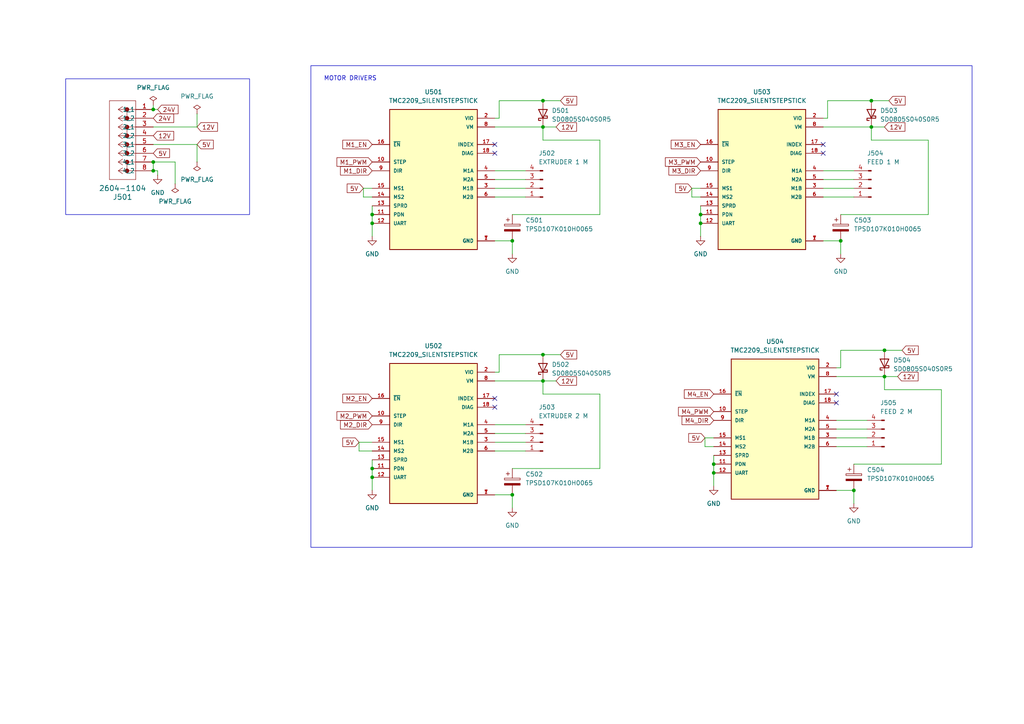
<source format=kicad_sch>
(kicad_sch
	(version 20231120)
	(generator "eeschema")
	(generator_version "8.0")
	(uuid "8f420cac-71a4-46ab-8a58-af0559e29c28")
	(paper "A4")
	(lib_symbols
		(symbol "2024-10-31_18-03-13:2604-1104"
			(pin_names
				(offset 0.254)
			)
			(exclude_from_sim no)
			(in_bom yes)
			(on_board yes)
			(property "Reference" "J"
				(at 8.89 6.35 0)
				(effects
					(font
						(size 1.524 1.524)
					)
				)
			)
			(property "Value" "2604-1104"
				(at 0 0 0)
				(effects
					(font
						(size 1.524 1.524)
					)
				)
			)
			(property "Footprint" "CONN4_2604-1104_WAG"
				(at 0 0 0)
				(effects
					(font
						(size 1.27 1.27)
						(italic yes)
					)
					(hide yes)
				)
			)
			(property "Datasheet" "2604-1104"
				(at 0 0 0)
				(effects
					(font
						(size 1.27 1.27)
						(italic yes)
					)
					(hide yes)
				)
			)
			(property "Description" ""
				(at 0 0 0)
				(effects
					(font
						(size 1.27 1.27)
					)
					(hide yes)
				)
			)
			(property "ki_locked" ""
				(at 0 0 0)
				(effects
					(font
						(size 1.27 1.27)
					)
				)
			)
			(property "ki_keywords" "2604-1104"
				(at 0 0 0)
				(effects
					(font
						(size 1.27 1.27)
					)
					(hide yes)
				)
			)
			(property "ki_fp_filters" "CONN4_2604-1104_WAG"
				(at 0 0 0)
				(effects
					(font
						(size 1.27 1.27)
					)
					(hide yes)
				)
			)
			(symbol "2604-1104_1_1"
				(polyline
					(pts
						(xy 5.08 -20.32) (xy 12.7 -20.32)
					)
					(stroke
						(width 0.127)
						(type default)
					)
					(fill
						(type none)
					)
				)
				(polyline
					(pts
						(xy 5.08 2.54) (xy 5.08 -20.32)
					)
					(stroke
						(width 0.127)
						(type default)
					)
					(fill
						(type none)
					)
				)
				(polyline
					(pts
						(xy 7.62 -15.24) (xy 7.62 -17.78)
					)
					(stroke
						(width 0.127)
						(type default)
					)
					(fill
						(type none)
					)
				)
				(polyline
					(pts
						(xy 7.62 -10.16) (xy 7.62 -12.7)
					)
					(stroke
						(width 0.127)
						(type default)
					)
					(fill
						(type none)
					)
				)
				(polyline
					(pts
						(xy 7.62 -5.08) (xy 7.62 -7.62)
					)
					(stroke
						(width 0.127)
						(type default)
					)
					(fill
						(type none)
					)
				)
				(polyline
					(pts
						(xy 7.62 0) (xy 7.62 -2.54)
					)
					(stroke
						(width 0.127)
						(type default)
					)
					(fill
						(type none)
					)
				)
				(polyline
					(pts
						(xy 10.16 -17.78) (xy 5.08 -17.78)
					)
					(stroke
						(width 0.127)
						(type default)
					)
					(fill
						(type none)
					)
				)
				(polyline
					(pts
						(xy 10.16 -17.78) (xy 8.89 -18.6267)
					)
					(stroke
						(width 0.127)
						(type default)
					)
					(fill
						(type none)
					)
				)
				(polyline
					(pts
						(xy 10.16 -17.78) (xy 8.89 -16.9333)
					)
					(stroke
						(width 0.127)
						(type default)
					)
					(fill
						(type none)
					)
				)
				(polyline
					(pts
						(xy 10.16 -15.24) (xy 5.08 -15.24)
					)
					(stroke
						(width 0.127)
						(type default)
					)
					(fill
						(type none)
					)
				)
				(polyline
					(pts
						(xy 10.16 -15.24) (xy 8.89 -16.0867)
					)
					(stroke
						(width 0.127)
						(type default)
					)
					(fill
						(type none)
					)
				)
				(polyline
					(pts
						(xy 10.16 -15.24) (xy 8.89 -14.3933)
					)
					(stroke
						(width 0.127)
						(type default)
					)
					(fill
						(type none)
					)
				)
				(polyline
					(pts
						(xy 10.16 -12.7) (xy 5.08 -12.7)
					)
					(stroke
						(width 0.127)
						(type default)
					)
					(fill
						(type none)
					)
				)
				(polyline
					(pts
						(xy 10.16 -12.7) (xy 8.89 -13.5467)
					)
					(stroke
						(width 0.127)
						(type default)
					)
					(fill
						(type none)
					)
				)
				(polyline
					(pts
						(xy 10.16 -12.7) (xy 8.89 -11.8533)
					)
					(stroke
						(width 0.127)
						(type default)
					)
					(fill
						(type none)
					)
				)
				(polyline
					(pts
						(xy 10.16 -10.16) (xy 5.08 -10.16)
					)
					(stroke
						(width 0.127)
						(type default)
					)
					(fill
						(type none)
					)
				)
				(polyline
					(pts
						(xy 10.16 -10.16) (xy 8.89 -11.0067)
					)
					(stroke
						(width 0.127)
						(type default)
					)
					(fill
						(type none)
					)
				)
				(polyline
					(pts
						(xy 10.16 -10.16) (xy 8.89 -9.3133)
					)
					(stroke
						(width 0.127)
						(type default)
					)
					(fill
						(type none)
					)
				)
				(polyline
					(pts
						(xy 10.16 -7.62) (xy 5.08 -7.62)
					)
					(stroke
						(width 0.127)
						(type default)
					)
					(fill
						(type none)
					)
				)
				(polyline
					(pts
						(xy 10.16 -7.62) (xy 8.89 -8.4667)
					)
					(stroke
						(width 0.127)
						(type default)
					)
					(fill
						(type none)
					)
				)
				(polyline
					(pts
						(xy 10.16 -7.62) (xy 8.89 -6.7733)
					)
					(stroke
						(width 0.127)
						(type default)
					)
					(fill
						(type none)
					)
				)
				(polyline
					(pts
						(xy 10.16 -5.08) (xy 5.08 -5.08)
					)
					(stroke
						(width 0.127)
						(type default)
					)
					(fill
						(type none)
					)
				)
				(polyline
					(pts
						(xy 10.16 -5.08) (xy 8.89 -5.9267)
					)
					(stroke
						(width 0.127)
						(type default)
					)
					(fill
						(type none)
					)
				)
				(polyline
					(pts
						(xy 10.16 -5.08) (xy 8.89 -4.2333)
					)
					(stroke
						(width 0.127)
						(type default)
					)
					(fill
						(type none)
					)
				)
				(polyline
					(pts
						(xy 10.16 -2.54) (xy 5.08 -2.54)
					)
					(stroke
						(width 0.127)
						(type default)
					)
					(fill
						(type none)
					)
				)
				(polyline
					(pts
						(xy 10.16 -2.54) (xy 8.89 -3.3867)
					)
					(stroke
						(width 0.127)
						(type default)
					)
					(fill
						(type none)
					)
				)
				(polyline
					(pts
						(xy 10.16 -2.54) (xy 8.89 -1.6933)
					)
					(stroke
						(width 0.127)
						(type default)
					)
					(fill
						(type none)
					)
				)
				(polyline
					(pts
						(xy 10.16 0) (xy 5.08 0)
					)
					(stroke
						(width 0.127)
						(type default)
					)
					(fill
						(type none)
					)
				)
				(polyline
					(pts
						(xy 10.16 0) (xy 8.89 -0.8467)
					)
					(stroke
						(width 0.127)
						(type default)
					)
					(fill
						(type none)
					)
				)
				(polyline
					(pts
						(xy 10.16 0) (xy 8.89 0.8467)
					)
					(stroke
						(width 0.127)
						(type default)
					)
					(fill
						(type none)
					)
				)
				(polyline
					(pts
						(xy 12.7 -20.32) (xy 12.7 2.54)
					)
					(stroke
						(width 0.127)
						(type default)
					)
					(fill
						(type none)
					)
				)
				(polyline
					(pts
						(xy 12.7 2.54) (xy 5.08 2.54)
					)
					(stroke
						(width 0.127)
						(type default)
					)
					(fill
						(type none)
					)
				)
				(circle
					(center 7.62 -17.78)
					(radius 0.127)
					(stroke
						(width 0.508)
						(type default)
					)
					(fill
						(type none)
					)
				)
				(circle
					(center 7.62 -15.24)
					(radius 0.127)
					(stroke
						(width 0.508)
						(type default)
					)
					(fill
						(type none)
					)
				)
				(circle
					(center 7.62 -12.7)
					(radius 0.127)
					(stroke
						(width 0.508)
						(type default)
					)
					(fill
						(type none)
					)
				)
				(circle
					(center 7.62 -10.16)
					(radius 0.127)
					(stroke
						(width 0.508)
						(type default)
					)
					(fill
						(type none)
					)
				)
				(circle
					(center 7.62 -7.62)
					(radius 0.127)
					(stroke
						(width 0.508)
						(type default)
					)
					(fill
						(type none)
					)
				)
				(circle
					(center 7.62 -5.08)
					(radius 0.127)
					(stroke
						(width 0.508)
						(type default)
					)
					(fill
						(type none)
					)
				)
				(circle
					(center 7.62 -2.54)
					(radius 0.127)
					(stroke
						(width 0.508)
						(type default)
					)
					(fill
						(type none)
					)
				)
				(circle
					(center 7.62 0)
					(radius 0.127)
					(stroke
						(width 0.508)
						(type default)
					)
					(fill
						(type none)
					)
				)
				(pin unspecified line
					(at 0 0 0)
					(length 5.08)
					(name "1_1"
						(effects
							(font
								(size 1.27 1.27)
							)
						)
					)
					(number "1"
						(effects
							(font
								(size 1.27 1.27)
							)
						)
					)
				)
				(pin unspecified line
					(at 0 -2.54 0)
					(length 5.08)
					(name "1_2"
						(effects
							(font
								(size 1.27 1.27)
							)
						)
					)
					(number "2"
						(effects
							(font
								(size 1.27 1.27)
							)
						)
					)
				)
				(pin unspecified line
					(at 0 -5.08 0)
					(length 5.08)
					(name "2_1"
						(effects
							(font
								(size 1.27 1.27)
							)
						)
					)
					(number "3"
						(effects
							(font
								(size 1.27 1.27)
							)
						)
					)
				)
				(pin unspecified line
					(at 0 -7.62 0)
					(length 5.08)
					(name "2_2"
						(effects
							(font
								(size 1.27 1.27)
							)
						)
					)
					(number "4"
						(effects
							(font
								(size 1.27 1.27)
							)
						)
					)
				)
				(pin unspecified line
					(at 0 -10.16 0)
					(length 5.08)
					(name "3_1"
						(effects
							(font
								(size 1.27 1.27)
							)
						)
					)
					(number "5"
						(effects
							(font
								(size 1.27 1.27)
							)
						)
					)
				)
				(pin unspecified line
					(at 0 -12.7 0)
					(length 5.08)
					(name "3_2"
						(effects
							(font
								(size 1.27 1.27)
							)
						)
					)
					(number "6"
						(effects
							(font
								(size 1.27 1.27)
							)
						)
					)
				)
				(pin unspecified line
					(at 0 -15.24 0)
					(length 5.08)
					(name "4_1"
						(effects
							(font
								(size 1.27 1.27)
							)
						)
					)
					(number "7"
						(effects
							(font
								(size 1.27 1.27)
							)
						)
					)
				)
				(pin unspecified line
					(at 0 -17.78 0)
					(length 5.08)
					(name "4_2"
						(effects
							(font
								(size 1.27 1.27)
							)
						)
					)
					(number "8"
						(effects
							(font
								(size 1.27 1.27)
							)
						)
					)
				)
			)
			(symbol "2604-1104_1_2"
				(polyline
					(pts
						(xy 5.08 -20.32) (xy 12.7 -20.32)
					)
					(stroke
						(width 0.127)
						(type default)
					)
					(fill
						(type none)
					)
				)
				(polyline
					(pts
						(xy 5.08 2.54) (xy 5.08 -20.32)
					)
					(stroke
						(width 0.127)
						(type default)
					)
					(fill
						(type none)
					)
				)
				(polyline
					(pts
						(xy 7.62 -15.24) (xy 7.62 -17.78)
					)
					(stroke
						(width 0.127)
						(type default)
					)
					(fill
						(type none)
					)
				)
				(polyline
					(pts
						(xy 7.62 -10.16) (xy 7.62 -12.7)
					)
					(stroke
						(width 0.127)
						(type default)
					)
					(fill
						(type none)
					)
				)
				(polyline
					(pts
						(xy 7.62 -5.08) (xy 7.62 -7.62)
					)
					(stroke
						(width 0.127)
						(type default)
					)
					(fill
						(type none)
					)
				)
				(polyline
					(pts
						(xy 7.62 0) (xy 7.62 -2.54)
					)
					(stroke
						(width 0.127)
						(type default)
					)
					(fill
						(type none)
					)
				)
				(polyline
					(pts
						(xy 10.16 -17.78) (xy 5.08 -17.78)
					)
					(stroke
						(width 0.127)
						(type default)
					)
					(fill
						(type none)
					)
				)
				(polyline
					(pts
						(xy 10.16 -17.78) (xy 8.89 -18.6267)
					)
					(stroke
						(width 0.127)
						(type default)
					)
					(fill
						(type none)
					)
				)
				(polyline
					(pts
						(xy 10.16 -17.78) (xy 8.89 -16.9333)
					)
					(stroke
						(width 0.127)
						(type default)
					)
					(fill
						(type none)
					)
				)
				(polyline
					(pts
						(xy 10.16 -15.24) (xy 5.08 -15.24)
					)
					(stroke
						(width 0.127)
						(type default)
					)
					(fill
						(type none)
					)
				)
				(polyline
					(pts
						(xy 10.16 -15.24) (xy 8.89 -16.0867)
					)
					(stroke
						(width 0.127)
						(type default)
					)
					(fill
						(type none)
					)
				)
				(polyline
					(pts
						(xy 10.16 -15.24) (xy 8.89 -14.3933)
					)
					(stroke
						(width 0.127)
						(type default)
					)
					(fill
						(type none)
					)
				)
				(polyline
					(pts
						(xy 10.16 -12.7) (xy 5.08 -12.7)
					)
					(stroke
						(width 0.127)
						(type default)
					)
					(fill
						(type none)
					)
				)
				(polyline
					(pts
						(xy 10.16 -12.7) (xy 8.89 -13.5467)
					)
					(stroke
						(width 0.127)
						(type default)
					)
					(fill
						(type none)
					)
				)
				(polyline
					(pts
						(xy 10.16 -12.7) (xy 8.89 -11.8533)
					)
					(stroke
						(width 0.127)
						(type default)
					)
					(fill
						(type none)
					)
				)
				(polyline
					(pts
						(xy 10.16 -10.16) (xy 5.08 -10.16)
					)
					(stroke
						(width 0.127)
						(type default)
					)
					(fill
						(type none)
					)
				)
				(polyline
					(pts
						(xy 10.16 -10.16) (xy 8.89 -11.0067)
					)
					(stroke
						(width 0.127)
						(type default)
					)
					(fill
						(type none)
					)
				)
				(polyline
					(pts
						(xy 10.16 -10.16) (xy 8.89 -9.3133)
					)
					(stroke
						(width 0.127)
						(type default)
					)
					(fill
						(type none)
					)
				)
				(polyline
					(pts
						(xy 10.16 -7.62) (xy 5.08 -7.62)
					)
					(stroke
						(width 0.127)
						(type default)
					)
					(fill
						(type none)
					)
				)
				(polyline
					(pts
						(xy 10.16 -7.62) (xy 8.89 -8.4667)
					)
					(stroke
						(width 0.127)
						(type default)
					)
					(fill
						(type none)
					)
				)
				(polyline
					(pts
						(xy 10.16 -7.62) (xy 8.89 -6.7733)
					)
					(stroke
						(width 0.127)
						(type default)
					)
					(fill
						(type none)
					)
				)
				(polyline
					(pts
						(xy 10.16 -5.08) (xy 5.08 -5.08)
					)
					(stroke
						(width 0.127)
						(type default)
					)
					(fill
						(type none)
					)
				)
				(polyline
					(pts
						(xy 10.16 -5.08) (xy 8.89 -5.9267)
					)
					(stroke
						(width 0.127)
						(type default)
					)
					(fill
						(type none)
					)
				)
				(polyline
					(pts
						(xy 10.16 -5.08) (xy 8.89 -4.2333)
					)
					(stroke
						(width 0.127)
						(type default)
					)
					(fill
						(type none)
					)
				)
				(polyline
					(pts
						(xy 10.16 -2.54) (xy 5.08 -2.54)
					)
					(stroke
						(width 0.127)
						(type default)
					)
					(fill
						(type none)
					)
				)
				(polyline
					(pts
						(xy 10.16 -2.54) (xy 8.89 -3.3867)
					)
					(stroke
						(width 0.127)
						(type default)
					)
					(fill
						(type none)
					)
				)
				(polyline
					(pts
						(xy 10.16 -2.54) (xy 8.89 -1.6933)
					)
					(stroke
						(width 0.127)
						(type default)
					)
					(fill
						(type none)
					)
				)
				(polyline
					(pts
						(xy 10.16 0) (xy 5.08 0)
					)
					(stroke
						(width 0.127)
						(type default)
					)
					(fill
						(type none)
					)
				)
				(polyline
					(pts
						(xy 10.16 0) (xy 8.89 -0.8467)
					)
					(stroke
						(width 0.127)
						(type default)
					)
					(fill
						(type none)
					)
				)
				(polyline
					(pts
						(xy 10.16 0) (xy 8.89 0.8467)
					)
					(stroke
						(width 0.127)
						(type default)
					)
					(fill
						(type none)
					)
				)
				(polyline
					(pts
						(xy 12.7 -20.32) (xy 12.7 2.54)
					)
					(stroke
						(width 0.127)
						(type default)
					)
					(fill
						(type none)
					)
				)
				(polyline
					(pts
						(xy 12.7 2.54) (xy 5.08 2.54)
					)
					(stroke
						(width 0.127)
						(type default)
					)
					(fill
						(type none)
					)
				)
				(circle
					(center 7.62 -17.78)
					(radius 0.127)
					(stroke
						(width 0.508)
						(type default)
					)
					(fill
						(type none)
					)
				)
				(circle
					(center 7.62 -15.24)
					(radius 0.127)
					(stroke
						(width 0.508)
						(type default)
					)
					(fill
						(type none)
					)
				)
				(circle
					(center 7.62 -12.7)
					(radius 0.127)
					(stroke
						(width 0.508)
						(type default)
					)
					(fill
						(type none)
					)
				)
				(circle
					(center 7.62 -10.16)
					(radius 0.127)
					(stroke
						(width 0.508)
						(type default)
					)
					(fill
						(type none)
					)
				)
				(circle
					(center 7.62 -7.62)
					(radius 0.127)
					(stroke
						(width 0.508)
						(type default)
					)
					(fill
						(type none)
					)
				)
				(circle
					(center 7.62 -5.08)
					(radius 0.127)
					(stroke
						(width 0.508)
						(type default)
					)
					(fill
						(type none)
					)
				)
				(circle
					(center 7.62 -2.54)
					(radius 0.127)
					(stroke
						(width 0.508)
						(type default)
					)
					(fill
						(type none)
					)
				)
				(circle
					(center 7.62 0)
					(radius 0.127)
					(stroke
						(width 0.508)
						(type default)
					)
					(fill
						(type none)
					)
				)
				(pin unspecified line
					(at 0 0 0)
					(length 5.08)
					(name "1_1"
						(effects
							(font
								(size 1.27 1.27)
							)
						)
					)
					(number "1"
						(effects
							(font
								(size 1.27 1.27)
							)
						)
					)
				)
				(pin unspecified line
					(at 0 -2.54 0)
					(length 5.08)
					(name "1_2"
						(effects
							(font
								(size 1.27 1.27)
							)
						)
					)
					(number "2"
						(effects
							(font
								(size 1.27 1.27)
							)
						)
					)
				)
				(pin unspecified line
					(at 0 -5.08 0)
					(length 5.08)
					(name "2_1"
						(effects
							(font
								(size 1.27 1.27)
							)
						)
					)
					(number "3"
						(effects
							(font
								(size 1.27 1.27)
							)
						)
					)
				)
				(pin unspecified line
					(at 0 -7.62 0)
					(length 5.08)
					(name "2_2"
						(effects
							(font
								(size 1.27 1.27)
							)
						)
					)
					(number "4"
						(effects
							(font
								(size 1.27 1.27)
							)
						)
					)
				)
				(pin unspecified line
					(at 0 -10.16 0)
					(length 5.08)
					(name "3_1"
						(effects
							(font
								(size 1.27 1.27)
							)
						)
					)
					(number "5"
						(effects
							(font
								(size 1.27 1.27)
							)
						)
					)
				)
				(pin unspecified line
					(at 0 -12.7 0)
					(length 5.08)
					(name "3_2"
						(effects
							(font
								(size 1.27 1.27)
							)
						)
					)
					(number "6"
						(effects
							(font
								(size 1.27 1.27)
							)
						)
					)
				)
				(pin unspecified line
					(at 0 -15.24 0)
					(length 5.08)
					(name "4_1"
						(effects
							(font
								(size 1.27 1.27)
							)
						)
					)
					(number "7"
						(effects
							(font
								(size 1.27 1.27)
							)
						)
					)
				)
				(pin unspecified line
					(at 0 -17.78 0)
					(length 5.08)
					(name "4_2"
						(effects
							(font
								(size 1.27 1.27)
							)
						)
					)
					(number "8"
						(effects
							(font
								(size 1.27 1.27)
							)
						)
					)
				)
			)
		)
		(symbol "Connector:Conn_01x04_Pin"
			(pin_names
				(offset 1.016) hide)
			(exclude_from_sim no)
			(in_bom yes)
			(on_board yes)
			(property "Reference" "J"
				(at 0 5.08 0)
				(effects
					(font
						(size 1.27 1.27)
					)
				)
			)
			(property "Value" "Conn_01x04_Pin"
				(at 0 -7.62 0)
				(effects
					(font
						(size 1.27 1.27)
					)
				)
			)
			(property "Footprint" ""
				(at 0 0 0)
				(effects
					(font
						(size 1.27 1.27)
					)
					(hide yes)
				)
			)
			(property "Datasheet" "~"
				(at 0 0 0)
				(effects
					(font
						(size 1.27 1.27)
					)
					(hide yes)
				)
			)
			(property "Description" "Generic connector, single row, 01x04, script generated"
				(at 0 0 0)
				(effects
					(font
						(size 1.27 1.27)
					)
					(hide yes)
				)
			)
			(property "ki_locked" ""
				(at 0 0 0)
				(effects
					(font
						(size 1.27 1.27)
					)
				)
			)
			(property "ki_keywords" "connector"
				(at 0 0 0)
				(effects
					(font
						(size 1.27 1.27)
					)
					(hide yes)
				)
			)
			(property "ki_fp_filters" "Connector*:*_1x??_*"
				(at 0 0 0)
				(effects
					(font
						(size 1.27 1.27)
					)
					(hide yes)
				)
			)
			(symbol "Conn_01x04_Pin_1_1"
				(polyline
					(pts
						(xy 1.27 -5.08) (xy 0.8636 -5.08)
					)
					(stroke
						(width 0.1524)
						(type default)
					)
					(fill
						(type none)
					)
				)
				(polyline
					(pts
						(xy 1.27 -2.54) (xy 0.8636 -2.54)
					)
					(stroke
						(width 0.1524)
						(type default)
					)
					(fill
						(type none)
					)
				)
				(polyline
					(pts
						(xy 1.27 0) (xy 0.8636 0)
					)
					(stroke
						(width 0.1524)
						(type default)
					)
					(fill
						(type none)
					)
				)
				(polyline
					(pts
						(xy 1.27 2.54) (xy 0.8636 2.54)
					)
					(stroke
						(width 0.1524)
						(type default)
					)
					(fill
						(type none)
					)
				)
				(rectangle
					(start 0.8636 -4.953)
					(end 0 -5.207)
					(stroke
						(width 0.1524)
						(type default)
					)
					(fill
						(type outline)
					)
				)
				(rectangle
					(start 0.8636 -2.413)
					(end 0 -2.667)
					(stroke
						(width 0.1524)
						(type default)
					)
					(fill
						(type outline)
					)
				)
				(rectangle
					(start 0.8636 0.127)
					(end 0 -0.127)
					(stroke
						(width 0.1524)
						(type default)
					)
					(fill
						(type outline)
					)
				)
				(rectangle
					(start 0.8636 2.667)
					(end 0 2.413)
					(stroke
						(width 0.1524)
						(type default)
					)
					(fill
						(type outline)
					)
				)
				(pin passive line
					(at 5.08 2.54 180)
					(length 3.81)
					(name "Pin_1"
						(effects
							(font
								(size 1.27 1.27)
							)
						)
					)
					(number "1"
						(effects
							(font
								(size 1.27 1.27)
							)
						)
					)
				)
				(pin passive line
					(at 5.08 0 180)
					(length 3.81)
					(name "Pin_2"
						(effects
							(font
								(size 1.27 1.27)
							)
						)
					)
					(number "2"
						(effects
							(font
								(size 1.27 1.27)
							)
						)
					)
				)
				(pin passive line
					(at 5.08 -2.54 180)
					(length 3.81)
					(name "Pin_3"
						(effects
							(font
								(size 1.27 1.27)
							)
						)
					)
					(number "3"
						(effects
							(font
								(size 1.27 1.27)
							)
						)
					)
				)
				(pin passive line
					(at 5.08 -5.08 180)
					(length 3.81)
					(name "Pin_4"
						(effects
							(font
								(size 1.27 1.27)
							)
						)
					)
					(number "4"
						(effects
							(font
								(size 1.27 1.27)
							)
						)
					)
				)
			)
		)
		(symbol "Device:C_Polarized"
			(pin_numbers hide)
			(pin_names
				(offset 0.254)
			)
			(exclude_from_sim no)
			(in_bom yes)
			(on_board yes)
			(property "Reference" "C"
				(at 0.635 2.54 0)
				(effects
					(font
						(size 1.27 1.27)
					)
					(justify left)
				)
			)
			(property "Value" "C_Polarized"
				(at 0.635 -2.54 0)
				(effects
					(font
						(size 1.27 1.27)
					)
					(justify left)
				)
			)
			(property "Footprint" ""
				(at 0.9652 -3.81 0)
				(effects
					(font
						(size 1.27 1.27)
					)
					(hide yes)
				)
			)
			(property "Datasheet" "~"
				(at 0 0 0)
				(effects
					(font
						(size 1.27 1.27)
					)
					(hide yes)
				)
			)
			(property "Description" "Polarized capacitor"
				(at 0 0 0)
				(effects
					(font
						(size 1.27 1.27)
					)
					(hide yes)
				)
			)
			(property "ki_keywords" "cap capacitor"
				(at 0 0 0)
				(effects
					(font
						(size 1.27 1.27)
					)
					(hide yes)
				)
			)
			(property "ki_fp_filters" "CP_*"
				(at 0 0 0)
				(effects
					(font
						(size 1.27 1.27)
					)
					(hide yes)
				)
			)
			(symbol "C_Polarized_0_1"
				(rectangle
					(start -2.286 0.508)
					(end 2.286 1.016)
					(stroke
						(width 0)
						(type default)
					)
					(fill
						(type none)
					)
				)
				(polyline
					(pts
						(xy -1.778 2.286) (xy -0.762 2.286)
					)
					(stroke
						(width 0)
						(type default)
					)
					(fill
						(type none)
					)
				)
				(polyline
					(pts
						(xy -1.27 2.794) (xy -1.27 1.778)
					)
					(stroke
						(width 0)
						(type default)
					)
					(fill
						(type none)
					)
				)
				(rectangle
					(start 2.286 -0.508)
					(end -2.286 -1.016)
					(stroke
						(width 0)
						(type default)
					)
					(fill
						(type outline)
					)
				)
			)
			(symbol "C_Polarized_1_1"
				(pin passive line
					(at 0 3.81 270)
					(length 2.794)
					(name "~"
						(effects
							(font
								(size 1.27 1.27)
							)
						)
					)
					(number "1"
						(effects
							(font
								(size 1.27 1.27)
							)
						)
					)
				)
				(pin passive line
					(at 0 -3.81 90)
					(length 2.794)
					(name "~"
						(effects
							(font
								(size 1.27 1.27)
							)
						)
					)
					(number "2"
						(effects
							(font
								(size 1.27 1.27)
							)
						)
					)
				)
			)
		)
		(symbol "Device:D_Schottky"
			(pin_numbers hide)
			(pin_names
				(offset 1.016) hide)
			(exclude_from_sim no)
			(in_bom yes)
			(on_board yes)
			(property "Reference" "D"
				(at 0 2.54 0)
				(effects
					(font
						(size 1.27 1.27)
					)
				)
			)
			(property "Value" "D_Schottky"
				(at 0 -2.54 0)
				(effects
					(font
						(size 1.27 1.27)
					)
				)
			)
			(property "Footprint" ""
				(at 0 0 0)
				(effects
					(font
						(size 1.27 1.27)
					)
					(hide yes)
				)
			)
			(property "Datasheet" "~"
				(at 0 0 0)
				(effects
					(font
						(size 1.27 1.27)
					)
					(hide yes)
				)
			)
			(property "Description" "Schottky diode"
				(at 0 0 0)
				(effects
					(font
						(size 1.27 1.27)
					)
					(hide yes)
				)
			)
			(property "ki_keywords" "diode Schottky"
				(at 0 0 0)
				(effects
					(font
						(size 1.27 1.27)
					)
					(hide yes)
				)
			)
			(property "ki_fp_filters" "TO-???* *_Diode_* *SingleDiode* D_*"
				(at 0 0 0)
				(effects
					(font
						(size 1.27 1.27)
					)
					(hide yes)
				)
			)
			(symbol "D_Schottky_0_1"
				(polyline
					(pts
						(xy 1.27 0) (xy -1.27 0)
					)
					(stroke
						(width 0)
						(type default)
					)
					(fill
						(type none)
					)
				)
				(polyline
					(pts
						(xy 1.27 1.27) (xy 1.27 -1.27) (xy -1.27 0) (xy 1.27 1.27)
					)
					(stroke
						(width 0.254)
						(type default)
					)
					(fill
						(type none)
					)
				)
				(polyline
					(pts
						(xy -1.905 0.635) (xy -1.905 1.27) (xy -1.27 1.27) (xy -1.27 -1.27) (xy -0.635 -1.27) (xy -0.635 -0.635)
					)
					(stroke
						(width 0.254)
						(type default)
					)
					(fill
						(type none)
					)
				)
			)
			(symbol "D_Schottky_1_1"
				(pin passive line
					(at -3.81 0 0)
					(length 2.54)
					(name "K"
						(effects
							(font
								(size 1.27 1.27)
							)
						)
					)
					(number "1"
						(effects
							(font
								(size 1.27 1.27)
							)
						)
					)
				)
				(pin passive line
					(at 3.81 0 180)
					(length 2.54)
					(name "A"
						(effects
							(font
								(size 1.27 1.27)
							)
						)
					)
					(number "2"
						(effects
							(font
								(size 1.27 1.27)
							)
						)
					)
				)
			)
		)
		(symbol "TMC2209_SILENTSTEPSTICK:TMC2209_SILENTSTEPSTICK"
			(pin_names
				(offset 1.016)
			)
			(exclude_from_sim no)
			(in_bom yes)
			(on_board yes)
			(property "Reference" "U"
				(at -12.7 22.86 0)
				(effects
					(font
						(size 1.27 1.27)
					)
					(justify left top)
				)
			)
			(property "Value" "TMC2209_SILENTSTEPSTICK"
				(at -12.7 -22.86 0)
				(effects
					(font
						(size 1.27 1.27)
					)
					(justify left bottom)
				)
			)
			(property "Footprint" "TMC2209_SILENTSTEPSTICK:MODULE_TMC2209_SILENTSTEPSTICK"
				(at 0 0 0)
				(effects
					(font
						(size 1.27 1.27)
					)
					(justify bottom)
					(hide yes)
				)
			)
			(property "Datasheet" ""
				(at 0 0 0)
				(effects
					(font
						(size 1.27 1.27)
					)
					(hide yes)
				)
			)
			(property "Description" ""
				(at 0 0 0)
				(effects
					(font
						(size 1.27 1.27)
					)
					(hide yes)
				)
			)
			(property "MF" "Trinamic Motion Control GmbH"
				(at 0 0 0)
				(effects
					(font
						(size 1.27 1.27)
					)
					(justify bottom)
					(hide yes)
				)
			)
			(property "Description_1" "\n                        \n                            TMC2209 Motor Controller/Driver Power Management Evaluation Board\n                        \n"
				(at 0 0 0)
				(effects
					(font
						(size 1.27 1.27)
					)
					(justify bottom)
					(hide yes)
				)
			)
			(property "Package" "None"
				(at 0 0 0)
				(effects
					(font
						(size 1.27 1.27)
					)
					(justify bottom)
					(hide yes)
				)
			)
			(property "Price" "None"
				(at 0 0 0)
				(effects
					(font
						(size 1.27 1.27)
					)
					(justify bottom)
					(hide yes)
				)
			)
			(property "Check_prices" "https://www.snapeda.com/parts/TMC2209%20SILENTSTEPSTICK/Trinamic+Motion+Control+GmbH/view-part/?ref=eda"
				(at 0 0 0)
				(effects
					(font
						(size 1.27 1.27)
					)
					(justify bottom)
					(hide yes)
				)
			)
			(property "STANDARD" "Manufacturer Recommendations"
				(at 0 0 0)
				(effects
					(font
						(size 1.27 1.27)
					)
					(justify bottom)
					(hide yes)
				)
			)
			(property "PARTREV" "1.20"
				(at 0 0 0)
				(effects
					(font
						(size 1.27 1.27)
					)
					(justify bottom)
					(hide yes)
				)
			)
			(property "SnapEDA_Link" "https://www.snapeda.com/parts/TMC2209%20SILENTSTEPSTICK/Trinamic+Motion+Control+GmbH/view-part/?ref=snap"
				(at 0 0 0)
				(effects
					(font
						(size 1.27 1.27)
					)
					(justify bottom)
					(hide yes)
				)
			)
			(property "MP" "TMC2209 SILENTSTEPSTICK"
				(at 0 0 0)
				(effects
					(font
						(size 1.27 1.27)
					)
					(justify bottom)
					(hide yes)
				)
			)
			(property "MANUFACTURER" "Trinamic Motion Control GmbH"
				(at 0 0 0)
				(effects
					(font
						(size 1.27 1.27)
					)
					(justify bottom)
					(hide yes)
				)
			)
			(property "Availability" "In Stock"
				(at 0 0 0)
				(effects
					(font
						(size 1.27 1.27)
					)
					(justify bottom)
					(hide yes)
				)
			)
			(property "SNAPEDA_PN" "TMC2209 SILENTSTEPSTICK"
				(at 0 0 0)
				(effects
					(font
						(size 1.27 1.27)
					)
					(justify bottom)
					(hide yes)
				)
			)
			(symbol "TMC2209_SILENTSTEPSTICK_0_0"
				(rectangle
					(start -12.7 -20.32)
					(end 12.7 20.32)
					(stroke
						(width 0.254)
						(type default)
					)
					(fill
						(type background)
					)
				)
				(pin power_in line
					(at 17.78 -17.78 180)
					(length 5.08)
					(name "GND"
						(effects
							(font
								(size 1.016 1.016)
							)
						)
					)
					(number "1"
						(effects
							(font
								(size 1.016 1.016)
							)
						)
					)
				)
				(pin input line
					(at -17.78 5.08 0)
					(length 5.08)
					(name "STEP"
						(effects
							(font
								(size 1.016 1.016)
							)
						)
					)
					(number "10"
						(effects
							(font
								(size 1.016 1.016)
							)
						)
					)
				)
				(pin bidirectional line
					(at -17.78 -10.16 0)
					(length 5.08)
					(name "PDN"
						(effects
							(font
								(size 1.016 1.016)
							)
						)
					)
					(number "11"
						(effects
							(font
								(size 1.016 1.016)
							)
						)
					)
				)
				(pin bidirectional line
					(at -17.78 -12.7 0)
					(length 5.08)
					(name "UART"
						(effects
							(font
								(size 1.016 1.016)
							)
						)
					)
					(number "12"
						(effects
							(font
								(size 1.016 1.016)
							)
						)
					)
				)
				(pin input line
					(at -17.78 -7.62 0)
					(length 5.08)
					(name "SPRD"
						(effects
							(font
								(size 1.016 1.016)
							)
						)
					)
					(number "13"
						(effects
							(font
								(size 1.016 1.016)
							)
						)
					)
				)
				(pin input line
					(at -17.78 -5.08 0)
					(length 5.08)
					(name "MS2"
						(effects
							(font
								(size 1.016 1.016)
							)
						)
					)
					(number "14"
						(effects
							(font
								(size 1.016 1.016)
							)
						)
					)
				)
				(pin input line
					(at -17.78 -2.54 0)
					(length 5.08)
					(name "MS1"
						(effects
							(font
								(size 1.016 1.016)
							)
						)
					)
					(number "15"
						(effects
							(font
								(size 1.016 1.016)
							)
						)
					)
				)
				(pin input line
					(at -17.78 10.16 0)
					(length 5.08)
					(name "~{EN}"
						(effects
							(font
								(size 1.016 1.016)
							)
						)
					)
					(number "16"
						(effects
							(font
								(size 1.016 1.016)
							)
						)
					)
				)
				(pin output line
					(at 17.78 10.16 180)
					(length 5.08)
					(name "INDEX"
						(effects
							(font
								(size 1.016 1.016)
							)
						)
					)
					(number "17"
						(effects
							(font
								(size 1.016 1.016)
							)
						)
					)
				)
				(pin output line
					(at 17.78 7.62 180)
					(length 5.08)
					(name "DIAG"
						(effects
							(font
								(size 1.016 1.016)
							)
						)
					)
					(number "18"
						(effects
							(font
								(size 1.016 1.016)
							)
						)
					)
				)
				(pin power_in line
					(at 17.78 17.78 180)
					(length 5.08)
					(name "VIO"
						(effects
							(font
								(size 1.016 1.016)
							)
						)
					)
					(number "2"
						(effects
							(font
								(size 1.016 1.016)
							)
						)
					)
				)
				(pin output line
					(at 17.78 -2.54 180)
					(length 5.08)
					(name "M1B"
						(effects
							(font
								(size 1.016 1.016)
							)
						)
					)
					(number "3"
						(effects
							(font
								(size 1.016 1.016)
							)
						)
					)
				)
				(pin output line
					(at 17.78 2.54 180)
					(length 5.08)
					(name "M1A"
						(effects
							(font
								(size 1.016 1.016)
							)
						)
					)
					(number "4"
						(effects
							(font
								(size 1.016 1.016)
							)
						)
					)
				)
				(pin output line
					(at 17.78 0 180)
					(length 5.08)
					(name "M2A"
						(effects
							(font
								(size 1.016 1.016)
							)
						)
					)
					(number "5"
						(effects
							(font
								(size 1.016 1.016)
							)
						)
					)
				)
				(pin output line
					(at 17.78 -5.08 180)
					(length 5.08)
					(name "M2B"
						(effects
							(font
								(size 1.016 1.016)
							)
						)
					)
					(number "6"
						(effects
							(font
								(size 1.016 1.016)
							)
						)
					)
				)
				(pin power_in line
					(at 17.78 -17.78 180)
					(length 5.08)
					(name "GND"
						(effects
							(font
								(size 1.016 1.016)
							)
						)
					)
					(number "7"
						(effects
							(font
								(size 1.016 1.016)
							)
						)
					)
				)
				(pin power_in line
					(at 17.78 15.24 180)
					(length 5.08)
					(name "VM"
						(effects
							(font
								(size 1.016 1.016)
							)
						)
					)
					(number "8"
						(effects
							(font
								(size 1.016 1.016)
							)
						)
					)
				)
				(pin input line
					(at -17.78 2.54 0)
					(length 5.08)
					(name "DIR"
						(effects
							(font
								(size 1.016 1.016)
							)
						)
					)
					(number "9"
						(effects
							(font
								(size 1.016 1.016)
							)
						)
					)
				)
			)
		)
		(symbol "power:GND"
			(power)
			(pin_numbers hide)
			(pin_names
				(offset 0) hide)
			(exclude_from_sim no)
			(in_bom yes)
			(on_board yes)
			(property "Reference" "#PWR"
				(at 0 -6.35 0)
				(effects
					(font
						(size 1.27 1.27)
					)
					(hide yes)
				)
			)
			(property "Value" "GND"
				(at 0 -3.81 0)
				(effects
					(font
						(size 1.27 1.27)
					)
				)
			)
			(property "Footprint" ""
				(at 0 0 0)
				(effects
					(font
						(size 1.27 1.27)
					)
					(hide yes)
				)
			)
			(property "Datasheet" ""
				(at 0 0 0)
				(effects
					(font
						(size 1.27 1.27)
					)
					(hide yes)
				)
			)
			(property "Description" "Power symbol creates a global label with name \"GND\" , ground"
				(at 0 0 0)
				(effects
					(font
						(size 1.27 1.27)
					)
					(hide yes)
				)
			)
			(property "ki_keywords" "global power"
				(at 0 0 0)
				(effects
					(font
						(size 1.27 1.27)
					)
					(hide yes)
				)
			)
			(symbol "GND_0_1"
				(polyline
					(pts
						(xy 0 0) (xy 0 -1.27) (xy 1.27 -1.27) (xy 0 -2.54) (xy -1.27 -1.27) (xy 0 -1.27)
					)
					(stroke
						(width 0)
						(type default)
					)
					(fill
						(type none)
					)
				)
			)
			(symbol "GND_1_1"
				(pin power_in line
					(at 0 0 270)
					(length 0)
					(name "~"
						(effects
							(font
								(size 1.27 1.27)
							)
						)
					)
					(number "1"
						(effects
							(font
								(size 1.27 1.27)
							)
						)
					)
				)
			)
		)
		(symbol "power:PWR_FLAG"
			(power)
			(pin_numbers hide)
			(pin_names
				(offset 0) hide)
			(exclude_from_sim no)
			(in_bom yes)
			(on_board yes)
			(property "Reference" "#FLG"
				(at 0 1.905 0)
				(effects
					(font
						(size 1.27 1.27)
					)
					(hide yes)
				)
			)
			(property "Value" "PWR_FLAG"
				(at 0 3.81 0)
				(effects
					(font
						(size 1.27 1.27)
					)
				)
			)
			(property "Footprint" ""
				(at 0 0 0)
				(effects
					(font
						(size 1.27 1.27)
					)
					(hide yes)
				)
			)
			(property "Datasheet" "~"
				(at 0 0 0)
				(effects
					(font
						(size 1.27 1.27)
					)
					(hide yes)
				)
			)
			(property "Description" "Special symbol for telling ERC where power comes from"
				(at 0 0 0)
				(effects
					(font
						(size 1.27 1.27)
					)
					(hide yes)
				)
			)
			(property "ki_keywords" "flag power"
				(at 0 0 0)
				(effects
					(font
						(size 1.27 1.27)
					)
					(hide yes)
				)
			)
			(symbol "PWR_FLAG_0_0"
				(pin power_out line
					(at 0 0 90)
					(length 0)
					(name "~"
						(effects
							(font
								(size 1.27 1.27)
							)
						)
					)
					(number "1"
						(effects
							(font
								(size 1.27 1.27)
							)
						)
					)
				)
			)
			(symbol "PWR_FLAG_0_1"
				(polyline
					(pts
						(xy 0 0) (xy 0 1.27) (xy -1.016 1.905) (xy 0 2.54) (xy 1.016 1.905) (xy 0 1.27)
					)
					(stroke
						(width 0)
						(type default)
					)
					(fill
						(type none)
					)
				)
			)
		)
	)
	(junction
		(at 247.65 142.24)
		(diameter 0)
		(color 0 0 0 0)
		(uuid "058ba62c-63de-413a-a9bb-27e7ac713107")
	)
	(junction
		(at 243.84 69.85)
		(diameter 0)
		(color 0 0 0 0)
		(uuid "1785ea78-7a71-49e5-bc4e-c5072a74cceb")
	)
	(junction
		(at 157.48 110.49)
		(diameter 0)
		(color 0 0 0 0)
		(uuid "4938007a-c2c5-444e-880f-fb4a2563a1f7")
	)
	(junction
		(at 107.95 62.23)
		(diameter 0)
		(color 0 0 0 0)
		(uuid "4c8f669e-967a-4fbc-b96d-b06eb6e37309")
	)
	(junction
		(at 203.2 62.23)
		(diameter 0)
		(color 0 0 0 0)
		(uuid "5468eaf2-b65c-4b71-8642-b990b7f55a69")
	)
	(junction
		(at 148.59 69.85)
		(diameter 0)
		(color 0 0 0 0)
		(uuid "64ed6c89-e0db-42d5-ae41-00fad815546c")
	)
	(junction
		(at 252.73 36.83)
		(diameter 0)
		(color 0 0 0 0)
		(uuid "65567fe9-f814-4b2d-864b-cf0f436e24cb")
	)
	(junction
		(at 107.95 64.77)
		(diameter 0)
		(color 0 0 0 0)
		(uuid "7331162b-ddc1-434f-a331-273141a837e5")
	)
	(junction
		(at 157.48 29.21)
		(diameter 0)
		(color 0 0 0 0)
		(uuid "87c8d6d7-e619-47ca-9f46-29370a147b51")
	)
	(junction
		(at 44.45 46.99)
		(diameter 0)
		(color 0 0 0 0)
		(uuid "8c0329d6-cedc-4bdb-843b-ea73eb24da67")
	)
	(junction
		(at 256.54 109.22)
		(diameter 0)
		(color 0 0 0 0)
		(uuid "8d5b4e5e-48fb-4b24-87e9-ed0faca2abed")
	)
	(junction
		(at 107.95 138.43)
		(diameter 0)
		(color 0 0 0 0)
		(uuid "8f9ee394-16b4-481c-bb4c-d266a6bf2f79")
	)
	(junction
		(at 207.01 134.62)
		(diameter 0)
		(color 0 0 0 0)
		(uuid "9e7b3c08-6123-473d-a334-7ff8b3000abf")
	)
	(junction
		(at 157.48 36.83)
		(diameter 0)
		(color 0 0 0 0)
		(uuid "a15e1fd0-f16a-48b0-a18f-c4b0cdce2b14")
	)
	(junction
		(at 44.45 49.53)
		(diameter 0)
		(color 0 0 0 0)
		(uuid "a39d673b-04bd-431c-a818-586d81590e7e")
	)
	(junction
		(at 203.2 64.77)
		(diameter 0)
		(color 0 0 0 0)
		(uuid "b00a0687-2ab1-473d-8189-e92afc24013d")
	)
	(junction
		(at 44.45 31.75)
		(diameter 0)
		(color 0 0 0 0)
		(uuid "bf50e617-0127-402b-ab02-7f23b379498b")
	)
	(junction
		(at 148.59 143.51)
		(diameter 0)
		(color 0 0 0 0)
		(uuid "cd0b9178-cf76-4d2d-9e2a-72d5a57a9857")
	)
	(junction
		(at 107.95 135.89)
		(diameter 0)
		(color 0 0 0 0)
		(uuid "ee31600c-099f-4a50-9f3c-eaa5b5d0f019")
	)
	(junction
		(at 252.73 29.21)
		(diameter 0)
		(color 0 0 0 0)
		(uuid "f322ec79-f311-4695-9cbd-ba7220f90c55")
	)
	(junction
		(at 207.01 137.16)
		(diameter 0)
		(color 0 0 0 0)
		(uuid "f32cbb75-4a28-4137-bc43-6fd909802c2d")
	)
	(junction
		(at 256.54 101.6)
		(diameter 0)
		(color 0 0 0 0)
		(uuid "f5b0a486-b250-4bcc-a143-012745ddce62")
	)
	(junction
		(at 157.48 102.87)
		(diameter 0)
		(color 0 0 0 0)
		(uuid "f9cae0d1-3829-45fd-a602-2c0e6d72b450")
	)
	(no_connect
		(at 238.76 41.91)
		(uuid "24b29696-1139-4411-a83d-be86ca617cba")
	)
	(no_connect
		(at 143.51 115.57)
		(uuid "54aa9944-a51b-4916-a74e-cdaa931ed059")
	)
	(no_connect
		(at 143.51 118.11)
		(uuid "6053d5a3-ccee-4ec2-86a5-ef174d54232c")
	)
	(no_connect
		(at 238.76 44.45)
		(uuid "62f409b9-5aad-45b5-9157-fdadee8f33b9")
	)
	(no_connect
		(at 242.57 116.84)
		(uuid "686ae311-dcd2-4d9e-a78e-52b8d73f3079")
	)
	(no_connect
		(at 143.51 41.91)
		(uuid "cd08015b-e45a-478f-a148-ba6a0d47054e")
	)
	(no_connect
		(at 242.57 114.3)
		(uuid "d24002f5-dc39-4782-a83c-631004042f94")
	)
	(no_connect
		(at 143.51 44.45)
		(uuid "fe276dda-cc3d-446f-b883-551eaa12a925")
	)
	(wire
		(pts
			(xy 157.48 114.3) (xy 157.48 110.49)
		)
		(stroke
			(width 0)
			(type default)
		)
		(uuid "00584697-de1b-4813-9e44-6ddd561ab781")
	)
	(wire
		(pts
			(xy 143.51 69.85) (xy 148.59 69.85)
		)
		(stroke
			(width 0)
			(type default)
		)
		(uuid "00bedc76-c62c-4bae-9503-279c806c4b73")
	)
	(wire
		(pts
			(xy 238.76 52.07) (xy 247.65 52.07)
		)
		(stroke
			(width 0)
			(type default)
		)
		(uuid "030831c3-d93c-4073-9642-4e8d0ab5bef9")
	)
	(wire
		(pts
			(xy 157.48 114.3) (xy 173.99 114.3)
		)
		(stroke
			(width 0)
			(type default)
		)
		(uuid "0c5658fa-288c-4b4e-92e6-5f2947fdf12e")
	)
	(wire
		(pts
			(xy 243.84 106.68) (xy 242.57 106.68)
		)
		(stroke
			(width 0)
			(type default)
		)
		(uuid "0db23724-b8be-4d4c-a695-acfbe8c058eb")
	)
	(wire
		(pts
			(xy 157.48 40.64) (xy 157.48 36.83)
		)
		(stroke
			(width 0)
			(type default)
		)
		(uuid "0f62ad9a-e7b8-4697-8c15-9371dc843437")
	)
	(wire
		(pts
			(xy 144.78 34.29) (xy 143.51 34.29)
		)
		(stroke
			(width 0)
			(type default)
		)
		(uuid "0ff94f31-101a-411e-80ac-795603e1a525")
	)
	(wire
		(pts
			(xy 143.51 57.15) (xy 152.4 57.15)
		)
		(stroke
			(width 0)
			(type default)
		)
		(uuid "1278cc61-9991-4f6d-8790-a520ce07f555")
	)
	(wire
		(pts
			(xy 238.76 54.61) (xy 247.65 54.61)
		)
		(stroke
			(width 0)
			(type default)
		)
		(uuid "16418840-1c6a-4f12-ad14-389300b38213")
	)
	(wire
		(pts
			(xy 44.45 30.48) (xy 44.45 31.75)
		)
		(stroke
			(width 0)
			(type default)
		)
		(uuid "181f707d-4e5a-48fe-a91f-a78e3713e136")
	)
	(wire
		(pts
			(xy 256.54 36.83) (xy 252.73 36.83)
		)
		(stroke
			(width 0)
			(type default)
		)
		(uuid "19b0458a-0e8e-490a-af34-b0cdc85ea307")
	)
	(wire
		(pts
			(xy 107.95 128.27) (xy 104.14 128.27)
		)
		(stroke
			(width 0)
			(type default)
		)
		(uuid "232c2764-7ed3-42aa-b685-5b4a966cadbb")
	)
	(wire
		(pts
			(xy 256.54 109.22) (xy 242.57 109.22)
		)
		(stroke
			(width 0)
			(type default)
		)
		(uuid "254b1974-b66e-458b-b01f-0ca5e6f0d220")
	)
	(wire
		(pts
			(xy 57.15 41.91) (xy 44.45 41.91)
		)
		(stroke
			(width 0)
			(type default)
		)
		(uuid "2c02bcb4-edf4-42f0-a9da-d6c377a5bfda")
	)
	(wire
		(pts
			(xy 252.73 40.64) (xy 252.73 36.83)
		)
		(stroke
			(width 0)
			(type default)
		)
		(uuid "2e314b6a-22fb-4e81-8d81-7e5b1c87873b")
	)
	(wire
		(pts
			(xy 207.01 132.08) (xy 207.01 134.62)
		)
		(stroke
			(width 0)
			(type default)
		)
		(uuid "2e71874d-fda0-4b55-bc2b-abca4ba85dba")
	)
	(wire
		(pts
			(xy 256.54 113.03) (xy 273.05 113.03)
		)
		(stroke
			(width 0)
			(type default)
		)
		(uuid "2e99437e-4747-47ee-945a-8eff5b1c8e93")
	)
	(wire
		(pts
			(xy 173.99 62.23) (xy 173.99 40.64)
		)
		(stroke
			(width 0)
			(type default)
		)
		(uuid "30706264-ca03-4aa6-9e0f-54a792af12f1")
	)
	(wire
		(pts
			(xy 148.59 62.23) (xy 173.99 62.23)
		)
		(stroke
			(width 0)
			(type default)
		)
		(uuid "31148a91-ce60-4a59-96f0-f94802463c27")
	)
	(wire
		(pts
			(xy 200.66 57.15) (xy 203.2 57.15)
		)
		(stroke
			(width 0)
			(type default)
		)
		(uuid "34b55a61-4a44-46dd-91dd-29e39ac68802")
	)
	(wire
		(pts
			(xy 143.51 125.73) (xy 152.4 125.73)
		)
		(stroke
			(width 0)
			(type default)
		)
		(uuid "39949aa0-abd0-44c4-8ec1-e19a252563f4")
	)
	(wire
		(pts
			(xy 143.51 130.81) (xy 152.4 130.81)
		)
		(stroke
			(width 0)
			(type default)
		)
		(uuid "3a2c97a9-d3dd-417f-ab56-30b2851a25e4")
	)
	(wire
		(pts
			(xy 161.29 36.83) (xy 157.48 36.83)
		)
		(stroke
			(width 0)
			(type default)
		)
		(uuid "3bcc487c-2ba1-4e3f-980b-0248b2e44c2d")
	)
	(wire
		(pts
			(xy 242.57 142.24) (xy 247.65 142.24)
		)
		(stroke
			(width 0)
			(type default)
		)
		(uuid "3c2d4801-c68f-4ec8-bf8e-82b5ab2a9bd5")
	)
	(wire
		(pts
			(xy 50.8 46.99) (xy 50.8 53.34)
		)
		(stroke
			(width 0)
			(type default)
		)
		(uuid "3d9262d7-0c43-4203-b39c-f4c848b408ff")
	)
	(wire
		(pts
			(xy 44.45 36.83) (xy 57.15 36.83)
		)
		(stroke
			(width 0)
			(type default)
		)
		(uuid "3e8ff88c-7c68-43a5-8d02-560ce7c764c5")
	)
	(wire
		(pts
			(xy 143.51 49.53) (xy 152.4 49.53)
		)
		(stroke
			(width 0)
			(type default)
		)
		(uuid "43601e06-f502-4d52-b872-358ff02f1eee")
	)
	(wire
		(pts
			(xy 44.45 46.99) (xy 44.45 49.53)
		)
		(stroke
			(width 0)
			(type default)
		)
		(uuid "44ca8013-227e-4f64-81e7-6819bf3bf671")
	)
	(wire
		(pts
			(xy 44.45 49.53) (xy 45.72 49.53)
		)
		(stroke
			(width 0)
			(type default)
		)
		(uuid "46597445-fecd-4c35-ba6f-209f9000bce4")
	)
	(wire
		(pts
			(xy 157.48 40.64) (xy 173.99 40.64)
		)
		(stroke
			(width 0)
			(type default)
		)
		(uuid "46bce82c-09bb-4251-be43-ce9e41e4af83")
	)
	(wire
		(pts
			(xy 240.03 29.21) (xy 240.03 34.29)
		)
		(stroke
			(width 0)
			(type default)
		)
		(uuid "476c9985-8813-4ffd-b591-fe5e95124c77")
	)
	(wire
		(pts
			(xy 107.95 59.69) (xy 107.95 62.23)
		)
		(stroke
			(width 0)
			(type default)
		)
		(uuid "47b4b657-ab50-41c2-8ea2-25ee72629bed")
	)
	(wire
		(pts
			(xy 207.01 134.62) (xy 207.01 137.16)
		)
		(stroke
			(width 0)
			(type default)
		)
		(uuid "48117e3f-00fc-4d0c-a45c-bd111377cb9c")
	)
	(wire
		(pts
			(xy 203.2 64.77) (xy 203.2 68.58)
		)
		(stroke
			(width 0)
			(type default)
		)
		(uuid "4da0fc48-b471-4872-a3ca-34cfe1fa2e6e")
	)
	(wire
		(pts
			(xy 107.95 138.43) (xy 107.95 142.24)
		)
		(stroke
			(width 0)
			(type default)
		)
		(uuid "53e619e8-be0b-4f15-9ae0-771c5ac4c60c")
	)
	(wire
		(pts
			(xy 242.57 124.46) (xy 251.46 124.46)
		)
		(stroke
			(width 0)
			(type default)
		)
		(uuid "54b83cc7-16ed-4816-9c4a-835d54b4e7ae")
	)
	(wire
		(pts
			(xy 148.59 143.51) (xy 148.59 147.32)
		)
		(stroke
			(width 0)
			(type default)
		)
		(uuid "58538397-0003-4bb1-b266-e1c48c9bfdf9")
	)
	(wire
		(pts
			(xy 273.05 134.62) (xy 273.05 113.03)
		)
		(stroke
			(width 0)
			(type default)
		)
		(uuid "58d2c8f1-85e4-499b-87d3-97b3d39da96a")
	)
	(wire
		(pts
			(xy 173.99 135.89) (xy 173.99 114.3)
		)
		(stroke
			(width 0)
			(type default)
		)
		(uuid "59ea0b94-ef17-428e-a11e-a9ac36f8ef3a")
	)
	(wire
		(pts
			(xy 242.57 121.92) (xy 251.46 121.92)
		)
		(stroke
			(width 0)
			(type default)
		)
		(uuid "5cee9aa3-bf01-4eaa-8a67-cf853c7bd55f")
	)
	(wire
		(pts
			(xy 105.41 54.61) (xy 105.41 57.15)
		)
		(stroke
			(width 0)
			(type default)
		)
		(uuid "5f08b380-42f0-4bf3-bba4-0662d24aeb54")
	)
	(wire
		(pts
			(xy 148.59 135.89) (xy 173.99 135.89)
		)
		(stroke
			(width 0)
			(type default)
		)
		(uuid "63c11d60-9c19-4502-af21-c340bd38ae50")
	)
	(wire
		(pts
			(xy 252.73 40.64) (xy 269.24 40.64)
		)
		(stroke
			(width 0)
			(type default)
		)
		(uuid "64c74d59-5d19-451a-b40c-b6ec25ed77b5")
	)
	(wire
		(pts
			(xy 107.95 64.77) (xy 107.95 68.58)
		)
		(stroke
			(width 0)
			(type default)
		)
		(uuid "67cbbf36-303b-4f9f-be9b-5b7d826c676e")
	)
	(wire
		(pts
			(xy 204.47 127) (xy 204.47 129.54)
		)
		(stroke
			(width 0)
			(type default)
		)
		(uuid "6903dfca-653c-4dfc-a784-3b0b34f57f6a")
	)
	(wire
		(pts
			(xy 107.95 62.23) (xy 107.95 64.77)
		)
		(stroke
			(width 0)
			(type default)
		)
		(uuid "694f28fb-bc9e-4bfe-ad94-68dbac40871a")
	)
	(wire
		(pts
			(xy 203.2 62.23) (xy 203.2 64.77)
		)
		(stroke
			(width 0)
			(type default)
		)
		(uuid "6bd49ae3-bbf4-46cc-8b6c-d95022f76589")
	)
	(wire
		(pts
			(xy 144.78 107.95) (xy 143.51 107.95)
		)
		(stroke
			(width 0)
			(type default)
		)
		(uuid "6c563a2a-8200-4c2f-9ec7-46dc40ff64c4")
	)
	(wire
		(pts
			(xy 269.24 62.23) (xy 269.24 40.64)
		)
		(stroke
			(width 0)
			(type default)
		)
		(uuid "6c660f18-deee-46e8-97ec-2fb2fdc33195")
	)
	(wire
		(pts
			(xy 260.35 109.22) (xy 256.54 109.22)
		)
		(stroke
			(width 0)
			(type default)
		)
		(uuid "6c960bc0-439a-4610-b01f-82bf63fd4724")
	)
	(wire
		(pts
			(xy 203.2 59.69) (xy 203.2 62.23)
		)
		(stroke
			(width 0)
			(type default)
		)
		(uuid "6dac7be5-5439-407e-82f3-63f14b15139f")
	)
	(wire
		(pts
			(xy 238.76 49.53) (xy 247.65 49.53)
		)
		(stroke
			(width 0)
			(type default)
		)
		(uuid "71eda897-22bd-47a6-9d64-1b90c1187aa9")
	)
	(wire
		(pts
			(xy 243.84 101.6) (xy 243.84 106.68)
		)
		(stroke
			(width 0)
			(type default)
		)
		(uuid "72126ad4-fcbe-4ac7-9d69-27bbdc03cd16")
	)
	(wire
		(pts
			(xy 200.66 54.61) (xy 200.66 57.15)
		)
		(stroke
			(width 0)
			(type default)
		)
		(uuid "737978f2-f4ea-4d62-acc1-6d6eb0c54413")
	)
	(wire
		(pts
			(xy 261.62 101.6) (xy 256.54 101.6)
		)
		(stroke
			(width 0)
			(type default)
		)
		(uuid "7422f204-d9ce-44e1-a766-4a5f15497bee")
	)
	(wire
		(pts
			(xy 107.95 133.35) (xy 107.95 135.89)
		)
		(stroke
			(width 0)
			(type default)
		)
		(uuid "74c40c50-f6b7-4a10-9c31-c4cbeca4e9f7")
	)
	(wire
		(pts
			(xy 148.59 69.85) (xy 148.59 73.66)
		)
		(stroke
			(width 0)
			(type default)
		)
		(uuid "7ac926a8-660e-4615-9f2f-ce1274f6a715")
	)
	(wire
		(pts
			(xy 252.73 29.21) (xy 240.03 29.21)
		)
		(stroke
			(width 0)
			(type default)
		)
		(uuid "7fe3cf18-8bc9-465e-be60-a8b23e08a25b")
	)
	(wire
		(pts
			(xy 203.2 54.61) (xy 200.66 54.61)
		)
		(stroke
			(width 0)
			(type default)
		)
		(uuid "8373a3ee-996c-43c4-8cfd-ef442d401174")
	)
	(wire
		(pts
			(xy 157.48 102.87) (xy 144.78 102.87)
		)
		(stroke
			(width 0)
			(type default)
		)
		(uuid "8a80a57f-b978-4272-b9e0-0e4a8209de77")
	)
	(wire
		(pts
			(xy 256.54 113.03) (xy 256.54 109.22)
		)
		(stroke
			(width 0)
			(type default)
		)
		(uuid "8b8ee520-c58a-4282-9902-8bd4acce4da5")
	)
	(wire
		(pts
			(xy 144.78 29.21) (xy 144.78 34.29)
		)
		(stroke
			(width 0)
			(type default)
		)
		(uuid "8c5f424b-8784-40fd-9d81-9c8d0a001b8a")
	)
	(wire
		(pts
			(xy 143.51 123.19) (xy 152.4 123.19)
		)
		(stroke
			(width 0)
			(type default)
		)
		(uuid "8d07b8c7-70f8-48cc-8f17-1459bcd6718f")
	)
	(wire
		(pts
			(xy 44.45 31.75) (xy 45.72 31.75)
		)
		(stroke
			(width 0)
			(type default)
		)
		(uuid "8e34028d-d5b8-440b-9bcd-132a0af990b9")
	)
	(wire
		(pts
			(xy 247.65 142.24) (xy 247.65 146.05)
		)
		(stroke
			(width 0)
			(type default)
		)
		(uuid "93894055-8fc0-4d45-ad5e-64d214de4325")
	)
	(wire
		(pts
			(xy 162.56 102.87) (xy 157.48 102.87)
		)
		(stroke
			(width 0)
			(type default)
		)
		(uuid "94f76481-3aef-47b4-9839-4294e517deb7")
	)
	(wire
		(pts
			(xy 162.56 29.21) (xy 157.48 29.21)
		)
		(stroke
			(width 0)
			(type default)
		)
		(uuid "9b2f0f95-e00a-444e-a06d-8da80c931200")
	)
	(wire
		(pts
			(xy 143.51 52.07) (xy 152.4 52.07)
		)
		(stroke
			(width 0)
			(type default)
		)
		(uuid "9c56e698-ead3-4295-81ed-6e912488d21a")
	)
	(wire
		(pts
			(xy 207.01 127) (xy 204.47 127)
		)
		(stroke
			(width 0)
			(type default)
		)
		(uuid "9d610259-af47-4eab-ac73-8be31807d8ca")
	)
	(wire
		(pts
			(xy 161.29 110.49) (xy 157.48 110.49)
		)
		(stroke
			(width 0)
			(type default)
		)
		(uuid "9d6d2177-8d49-4d8d-84a7-73b581385ea5")
	)
	(wire
		(pts
			(xy 252.73 36.83) (xy 238.76 36.83)
		)
		(stroke
			(width 0)
			(type default)
		)
		(uuid "9d71bc71-7f2f-4937-932c-d2c58f52c36d")
	)
	(wire
		(pts
			(xy 45.72 49.53) (xy 45.72 50.8)
		)
		(stroke
			(width 0)
			(type default)
		)
		(uuid "a1cf9e0e-9b90-410f-9617-71a0d3e85ea7")
	)
	(wire
		(pts
			(xy 104.14 128.27) (xy 104.14 130.81)
		)
		(stroke
			(width 0)
			(type default)
		)
		(uuid "a36f554a-19c5-46d8-b612-a4708dcffd4a")
	)
	(wire
		(pts
			(xy 105.41 57.15) (xy 107.95 57.15)
		)
		(stroke
			(width 0)
			(type default)
		)
		(uuid "a3d42e87-f6ba-4230-857f-a14d2041bfea")
	)
	(wire
		(pts
			(xy 256.54 101.6) (xy 243.84 101.6)
		)
		(stroke
			(width 0)
			(type default)
		)
		(uuid "aabaf2cc-b587-426a-8ae3-cc22c5c5d430")
	)
	(wire
		(pts
			(xy 204.47 129.54) (xy 207.01 129.54)
		)
		(stroke
			(width 0)
			(type default)
		)
		(uuid "aca22b0d-a89a-45be-afcb-4082cacd56f8")
	)
	(wire
		(pts
			(xy 242.57 127) (xy 251.46 127)
		)
		(stroke
			(width 0)
			(type default)
		)
		(uuid "aeacf327-e30d-473a-b4fb-9b07eec8a5e0")
	)
	(wire
		(pts
			(xy 257.81 29.21) (xy 252.73 29.21)
		)
		(stroke
			(width 0)
			(type default)
		)
		(uuid "b26f157b-d67c-4cf0-90bf-15bdea29ab03")
	)
	(wire
		(pts
			(xy 107.95 54.61) (xy 105.41 54.61)
		)
		(stroke
			(width 0)
			(type default)
		)
		(uuid "b29f293d-630f-4e18-8d74-ba512278bf32")
	)
	(wire
		(pts
			(xy 157.48 36.83) (xy 143.51 36.83)
		)
		(stroke
			(width 0)
			(type default)
		)
		(uuid "b39242f2-519d-4544-8cb4-6a103e0a0dd0")
	)
	(wire
		(pts
			(xy 57.15 33.02) (xy 57.15 36.83)
		)
		(stroke
			(width 0)
			(type default)
		)
		(uuid "b3b0937e-ddd5-48b2-9baa-67032aebaaf1")
	)
	(wire
		(pts
			(xy 238.76 69.85) (xy 243.84 69.85)
		)
		(stroke
			(width 0)
			(type default)
		)
		(uuid "b7b381c2-f0b2-47ff-b24d-3f054c424e29")
	)
	(wire
		(pts
			(xy 238.76 57.15) (xy 247.65 57.15)
		)
		(stroke
			(width 0)
			(type default)
		)
		(uuid "bbc69dbf-ec18-41e4-a698-8d0c825b0775")
	)
	(wire
		(pts
			(xy 143.51 128.27) (xy 152.4 128.27)
		)
		(stroke
			(width 0)
			(type default)
		)
		(uuid "bcadaa24-05ea-48a0-a78b-000555cd7519")
	)
	(wire
		(pts
			(xy 240.03 34.29) (xy 238.76 34.29)
		)
		(stroke
			(width 0)
			(type default)
		)
		(uuid "cb3d92c9-9344-422d-8838-c1b8e44a9179")
	)
	(wire
		(pts
			(xy 157.48 110.49) (xy 143.51 110.49)
		)
		(stroke
			(width 0)
			(type default)
		)
		(uuid "d40505d1-dccc-4f2c-9db7-fd7ef7908487")
	)
	(wire
		(pts
			(xy 247.65 134.62) (xy 273.05 134.62)
		)
		(stroke
			(width 0)
			(type default)
		)
		(uuid "d83d03fa-2309-4360-b94a-81c94926683a")
	)
	(wire
		(pts
			(xy 143.51 54.61) (xy 152.4 54.61)
		)
		(stroke
			(width 0)
			(type default)
		)
		(uuid "dcb7feec-46c5-4d3d-b471-7e32301d309e")
	)
	(wire
		(pts
			(xy 243.84 62.23) (xy 269.24 62.23)
		)
		(stroke
			(width 0)
			(type default)
		)
		(uuid "ded3096c-f4d5-4f9f-b3ca-65f026c262d4")
	)
	(wire
		(pts
			(xy 50.8 46.99) (xy 44.45 46.99)
		)
		(stroke
			(width 0)
			(type default)
		)
		(uuid "e0caf5d4-e733-4a87-a960-9ecee55571a0")
	)
	(wire
		(pts
			(xy 107.95 135.89) (xy 107.95 138.43)
		)
		(stroke
			(width 0)
			(type default)
		)
		(uuid "e2a13e06-7db5-4b12-9f7b-1608a32ba413")
	)
	(wire
		(pts
			(xy 57.15 41.91) (xy 57.15 46.99)
		)
		(stroke
			(width 0)
			(type default)
		)
		(uuid "e3b848a5-1fc5-4e71-9abb-3d0c8c16243b")
	)
	(wire
		(pts
			(xy 144.78 102.87) (xy 144.78 107.95)
		)
		(stroke
			(width 0)
			(type default)
		)
		(uuid "e58dfd91-0d05-42d7-8d9d-13c1c54a87b1")
	)
	(wire
		(pts
			(xy 104.14 130.81) (xy 107.95 130.81)
		)
		(stroke
			(width 0)
			(type default)
		)
		(uuid "ef7a6182-8115-4713-8de3-639e17549735")
	)
	(wire
		(pts
			(xy 143.51 143.51) (xy 148.59 143.51)
		)
		(stroke
			(width 0)
			(type default)
		)
		(uuid "efe1bdde-ee51-44e1-a53a-4d2539096bb5")
	)
	(wire
		(pts
			(xy 157.48 29.21) (xy 144.78 29.21)
		)
		(stroke
			(width 0)
			(type default)
		)
		(uuid "f18cb6c2-1304-4756-8d75-9b57d6248056")
	)
	(wire
		(pts
			(xy 243.84 69.85) (xy 243.84 73.66)
		)
		(stroke
			(width 0)
			(type default)
		)
		(uuid "f3f89605-54e9-4bf6-833c-627a5bc52c99")
	)
	(wire
		(pts
			(xy 207.01 137.16) (xy 207.01 140.97)
		)
		(stroke
			(width 0)
			(type default)
		)
		(uuid "f63b8e1b-187c-46d3-bf17-1c24d3c7ae76")
	)
	(wire
		(pts
			(xy 242.57 129.54) (xy 251.46 129.54)
		)
		(stroke
			(width 0)
			(type default)
		)
		(uuid "ff771bcd-7f91-4b0f-80c7-671778d2821a")
	)
	(rectangle
		(start 90.17 19.05)
		(end 281.94 158.75)
		(stroke
			(width 0)
			(type default)
		)
		(fill
			(type none)
		)
		(uuid 92c11a9c-c8e7-4867-9954-a157fd575853)
	)
	(rectangle
		(start 19.05 22.86)
		(end 72.39 62.23)
		(stroke
			(width 0)
			(type default)
		)
		(fill
			(type none)
		)
		(uuid e8ab90ca-4e03-42a0-82fc-29b44c516c65)
	)
	(text "MOTOR DRIVERS\n"
		(exclude_from_sim no)
		(at 101.6 22.86 0)
		(effects
			(font
				(size 1.27 1.27)
			)
		)
		(uuid "050979be-968b-4720-81d9-f5ea084da2a4")
	)
	(global_label "12V"
		(shape input)
		(at 44.45 39.37 0)
		(fields_autoplaced yes)
		(effects
			(font
				(size 1.27 1.27)
			)
			(justify left)
		)
		(uuid "0cb296c2-dede-4b19-bf37-8b24f9066e6a")
		(property "Intersheetrefs" "${INTERSHEET_REFS}"
			(at 50.9428 39.37 0)
			(effects
				(font
					(size 1.27 1.27)
				)
				(justify left)
				(hide yes)
			)
		)
	)
	(global_label "M3_EN"
		(shape input)
		(at 203.2 41.91 180)
		(fields_autoplaced yes)
		(effects
			(font
				(size 1.27 1.27)
			)
			(justify right)
		)
		(uuid "1142890f-35dc-4343-9cb7-eda34723f99a")
		(property "Intersheetrefs" "${INTERSHEET_REFS}"
			(at 194.1068 41.91 0)
			(effects
				(font
					(size 1.27 1.27)
				)
				(justify right)
				(hide yes)
			)
		)
	)
	(global_label "M1_PWM"
		(shape input)
		(at 107.95 46.99 180)
		(fields_autoplaced yes)
		(effects
			(font
				(size 1.27 1.27)
			)
			(justify right)
		)
		(uuid "1aceff6c-6d29-4841-8f03-9f768efe448b")
		(property "Intersheetrefs" "${INTERSHEET_REFS}"
			(at 97.1635 46.99 0)
			(effects
				(font
					(size 1.27 1.27)
				)
				(justify right)
				(hide yes)
			)
		)
	)
	(global_label "M4_PWM"
		(shape input)
		(at 207.01 119.38 180)
		(fields_autoplaced yes)
		(effects
			(font
				(size 1.27 1.27)
			)
			(justify right)
		)
		(uuid "33116e19-6a52-47e4-a2e5-d027262aecc5")
		(property "Intersheetrefs" "${INTERSHEET_REFS}"
			(at 196.2235 119.38 0)
			(effects
				(font
					(size 1.27 1.27)
				)
				(justify right)
				(hide yes)
			)
		)
	)
	(global_label "12V"
		(shape input)
		(at 161.29 110.49 0)
		(fields_autoplaced yes)
		(effects
			(font
				(size 1.27 1.27)
			)
			(justify left)
		)
		(uuid "38455283-6f06-4620-a373-499bf2260487")
		(property "Intersheetrefs" "${INTERSHEET_REFS}"
			(at 167.7828 110.49 0)
			(effects
				(font
					(size 1.27 1.27)
				)
				(justify left)
				(hide yes)
			)
		)
	)
	(global_label "5V"
		(shape input)
		(at 162.56 29.21 0)
		(fields_autoplaced yes)
		(effects
			(font
				(size 1.27 1.27)
			)
			(justify left)
		)
		(uuid "398bc5e5-5a69-40c7-ace0-3b52846d026d")
		(property "Intersheetrefs" "${INTERSHEET_REFS}"
			(at 167.8433 29.21 0)
			(effects
				(font
					(size 1.27 1.27)
				)
				(justify left)
				(hide yes)
			)
		)
	)
	(global_label "12V"
		(shape input)
		(at 161.29 36.83 0)
		(fields_autoplaced yes)
		(effects
			(font
				(size 1.27 1.27)
			)
			(justify left)
		)
		(uuid "3e81cfae-972d-43fd-9f26-2d1908271049")
		(property "Intersheetrefs" "${INTERSHEET_REFS}"
			(at 167.7828 36.83 0)
			(effects
				(font
					(size 1.27 1.27)
				)
				(justify left)
				(hide yes)
			)
		)
	)
	(global_label "5V"
		(shape input)
		(at 105.41 54.61 180)
		(fields_autoplaced yes)
		(effects
			(font
				(size 1.27 1.27)
			)
			(justify right)
		)
		(uuid "409d0b4a-eabf-4a3d-9b4a-5f498f8f6d4a")
		(property "Intersheetrefs" "${INTERSHEET_REFS}"
			(at 100.1267 54.61 0)
			(effects
				(font
					(size 1.27 1.27)
				)
				(justify right)
				(hide yes)
			)
		)
	)
	(global_label "M1_DIR"
		(shape input)
		(at 107.95 49.53 180)
		(fields_autoplaced yes)
		(effects
			(font
				(size 1.27 1.27)
			)
			(justify right)
		)
		(uuid "44896e98-9d6b-4cd5-88f4-a7f0b6ffb377")
		(property "Intersheetrefs" "${INTERSHEET_REFS}"
			(at 98.1915 49.53 0)
			(effects
				(font
					(size 1.27 1.27)
				)
				(justify right)
				(hide yes)
			)
		)
	)
	(global_label "5V"
		(shape input)
		(at 57.15 41.91 0)
		(fields_autoplaced yes)
		(effects
			(font
				(size 1.27 1.27)
			)
			(justify left)
		)
		(uuid "49a08922-efc4-4305-ae9d-96a702b49005")
		(property "Intersheetrefs" "${INTERSHEET_REFS}"
			(at 62.4333 41.91 0)
			(effects
				(font
					(size 1.27 1.27)
				)
				(justify left)
				(hide yes)
			)
		)
	)
	(global_label "12V"
		(shape input)
		(at 256.54 36.83 0)
		(fields_autoplaced yes)
		(effects
			(font
				(size 1.27 1.27)
			)
			(justify left)
		)
		(uuid "4b0c16e7-0681-4fc7-a036-35f963488039")
		(property "Intersheetrefs" "${INTERSHEET_REFS}"
			(at 263.0328 36.83 0)
			(effects
				(font
					(size 1.27 1.27)
				)
				(justify left)
				(hide yes)
			)
		)
	)
	(global_label "24V"
		(shape input)
		(at 45.72 31.75 0)
		(fields_autoplaced yes)
		(effects
			(font
				(size 1.27 1.27)
			)
			(justify left)
		)
		(uuid "616ec429-b557-41bc-a4e0-6e37786fba33")
		(property "Intersheetrefs" "${INTERSHEET_REFS}"
			(at 52.2128 31.75 0)
			(effects
				(font
					(size 1.27 1.27)
				)
				(justify left)
				(hide yes)
			)
		)
	)
	(global_label "M3_PWM"
		(shape input)
		(at 203.2 46.99 180)
		(fields_autoplaced yes)
		(effects
			(font
				(size 1.27 1.27)
			)
			(justify right)
		)
		(uuid "61aea4cb-4def-4ac3-8222-68ddcfe9b3af")
		(property "Intersheetrefs" "${INTERSHEET_REFS}"
			(at 192.4135 46.99 0)
			(effects
				(font
					(size 1.27 1.27)
				)
				(justify right)
				(hide yes)
			)
		)
	)
	(global_label "24V"
		(shape input)
		(at 44.45 34.29 0)
		(fields_autoplaced yes)
		(effects
			(font
				(size 1.27 1.27)
			)
			(justify left)
		)
		(uuid "6b8409a1-956d-4a70-83ca-25dba4c5c84d")
		(property "Intersheetrefs" "${INTERSHEET_REFS}"
			(at 50.9428 34.29 0)
			(effects
				(font
					(size 1.27 1.27)
				)
				(justify left)
				(hide yes)
			)
		)
	)
	(global_label "M4_DIR"
		(shape input)
		(at 207.01 121.92 180)
		(fields_autoplaced yes)
		(effects
			(font
				(size 1.27 1.27)
			)
			(justify right)
		)
		(uuid "6c4ede73-c47e-4857-a2dd-92cecd495921")
		(property "Intersheetrefs" "${INTERSHEET_REFS}"
			(at 197.9168 121.92 0)
			(effects
				(font
					(size 1.27 1.27)
				)
				(justify right)
				(hide yes)
			)
		)
	)
	(global_label "12V"
		(shape input)
		(at 260.35 109.22 0)
		(fields_autoplaced yes)
		(effects
			(font
				(size 1.27 1.27)
			)
			(justify left)
		)
		(uuid "71867147-48f1-49da-b684-30ede4dd85e1")
		(property "Intersheetrefs" "${INTERSHEET_REFS}"
			(at 266.8428 109.22 0)
			(effects
				(font
					(size 1.27 1.27)
				)
				(justify left)
				(hide yes)
			)
		)
	)
	(global_label "5V"
		(shape input)
		(at 257.81 29.21 0)
		(fields_autoplaced yes)
		(effects
			(font
				(size 1.27 1.27)
			)
			(justify left)
		)
		(uuid "7ba52cfe-570f-4257-8efd-8f2efd9e37a5")
		(property "Intersheetrefs" "${INTERSHEET_REFS}"
			(at 263.0933 29.21 0)
			(effects
				(font
					(size 1.27 1.27)
				)
				(justify left)
				(hide yes)
			)
		)
	)
	(global_label "5V"
		(shape input)
		(at 104.14 128.27 180)
		(fields_autoplaced yes)
		(effects
			(font
				(size 1.27 1.27)
			)
			(justify right)
		)
		(uuid "7e066b6d-3617-43ec-a722-93911cd135c3")
		(property "Intersheetrefs" "${INTERSHEET_REFS}"
			(at 98.8567 128.27 0)
			(effects
				(font
					(size 1.27 1.27)
				)
				(justify right)
				(hide yes)
			)
		)
	)
	(global_label "12V"
		(shape input)
		(at 57.15 36.83 0)
		(fields_autoplaced yes)
		(effects
			(font
				(size 1.27 1.27)
			)
			(justify left)
		)
		(uuid "970e4a24-38d9-4729-89d9-cb87dd38afd3")
		(property "Intersheetrefs" "${INTERSHEET_REFS}"
			(at 63.6428 36.83 0)
			(effects
				(font
					(size 1.27 1.27)
				)
				(justify left)
				(hide yes)
			)
		)
	)
	(global_label "5V"
		(shape input)
		(at 44.45 44.45 0)
		(fields_autoplaced yes)
		(effects
			(font
				(size 1.27 1.27)
			)
			(justify left)
		)
		(uuid "9eca70ef-88d8-44f2-9077-9e6c9e732da3")
		(property "Intersheetrefs" "${INTERSHEET_REFS}"
			(at 49.7333 44.45 0)
			(effects
				(font
					(size 1.27 1.27)
				)
				(justify left)
				(hide yes)
			)
		)
	)
	(global_label "M2_DIR"
		(shape input)
		(at 107.95 123.19 180)
		(fields_autoplaced yes)
		(effects
			(font
				(size 1.27 1.27)
			)
			(justify right)
		)
		(uuid "a9a02677-1f19-45c2-9b97-ddce5f5ddac2")
		(property "Intersheetrefs" "${INTERSHEET_REFS}"
			(at 98.8568 123.19 0)
			(effects
				(font
					(size 1.27 1.27)
				)
				(justify right)
				(hide yes)
			)
		)
	)
	(global_label "5V"
		(shape input)
		(at 204.47 127 180)
		(fields_autoplaced yes)
		(effects
			(font
				(size 1.27 1.27)
			)
			(justify right)
		)
		(uuid "b47316ea-a915-4984-b978-d0b4fde41b0c")
		(property "Intersheetrefs" "${INTERSHEET_REFS}"
			(at 199.1867 127 0)
			(effects
				(font
					(size 1.27 1.27)
				)
				(justify right)
				(hide yes)
			)
		)
	)
	(global_label "M2_PWM"
		(shape input)
		(at 107.95 120.65 180)
		(fields_autoplaced yes)
		(effects
			(font
				(size 1.27 1.27)
			)
			(justify right)
		)
		(uuid "bb8a0428-3478-42b2-8a52-b20a1daef852")
		(property "Intersheetrefs" "${INTERSHEET_REFS}"
			(at 97.1635 120.65 0)
			(effects
				(font
					(size 1.27 1.27)
				)
				(justify right)
				(hide yes)
			)
		)
	)
	(global_label "M1_EN"
		(shape input)
		(at 107.95 41.91 180)
		(fields_autoplaced yes)
		(effects
			(font
				(size 1.27 1.27)
			)
			(justify right)
		)
		(uuid "be58afd3-7b2e-4177-bb71-ba9ee148c65e")
		(property "Intersheetrefs" "${INTERSHEET_REFS}"
			(at 98.8568 41.91 0)
			(effects
				(font
					(size 1.27 1.27)
				)
				(justify right)
				(hide yes)
			)
		)
	)
	(global_label "5V"
		(shape input)
		(at 261.62 101.6 0)
		(fields_autoplaced yes)
		(effects
			(font
				(size 1.27 1.27)
			)
			(justify left)
		)
		(uuid "cecb2c69-d98b-401e-b220-6becd927d1c4")
		(property "Intersheetrefs" "${INTERSHEET_REFS}"
			(at 266.9033 101.6 0)
			(effects
				(font
					(size 1.27 1.27)
				)
				(justify left)
				(hide yes)
			)
		)
	)
	(global_label "5V"
		(shape input)
		(at 200.66 54.61 180)
		(fields_autoplaced yes)
		(effects
			(font
				(size 1.27 1.27)
			)
			(justify right)
		)
		(uuid "cf5a8681-44ed-4476-a556-052958911fca")
		(property "Intersheetrefs" "${INTERSHEET_REFS}"
			(at 195.3767 54.61 0)
			(effects
				(font
					(size 1.27 1.27)
				)
				(justify right)
				(hide yes)
			)
		)
	)
	(global_label "M3_DIR"
		(shape input)
		(at 203.2 49.53 180)
		(fields_autoplaced yes)
		(effects
			(font
				(size 1.27 1.27)
			)
			(justify right)
		)
		(uuid "d112c12a-e87b-4301-ad12-f4efb887391d")
		(property "Intersheetrefs" "${INTERSHEET_REFS}"
			(at 194.1068 49.53 0)
			(effects
				(font
					(size 1.27 1.27)
				)
				(justify right)
				(hide yes)
			)
		)
	)
	(global_label "5V"
		(shape input)
		(at 162.56 102.87 0)
		(fields_autoplaced yes)
		(effects
			(font
				(size 1.27 1.27)
			)
			(justify left)
		)
		(uuid "e7ec77e9-253a-4447-8ac9-bc454c713090")
		(property "Intersheetrefs" "${INTERSHEET_REFS}"
			(at 167.8433 102.87 0)
			(effects
				(font
					(size 1.27 1.27)
				)
				(justify left)
				(hide yes)
			)
		)
	)
	(global_label "M2_EN"
		(shape input)
		(at 107.95 115.57 180)
		(fields_autoplaced yes)
		(effects
			(font
				(size 1.27 1.27)
			)
			(justify right)
		)
		(uuid "eeaaeb01-cf34-40a2-9872-b85a773c368c")
		(property "Intersheetrefs" "${INTERSHEET_REFS}"
			(at 98.8568 115.57 0)
			(effects
				(font
					(size 1.27 1.27)
				)
				(justify right)
				(hide yes)
			)
		)
	)
	(global_label "M4_EN"
		(shape input)
		(at 207.01 114.3 180)
		(fields_autoplaced yes)
		(effects
			(font
				(size 1.27 1.27)
			)
			(justify right)
		)
		(uuid "f7cd8a23-d5b1-42cb-a790-a2d71d068974")
		(property "Intersheetrefs" "${INTERSHEET_REFS}"
			(at 197.9168 114.3 0)
			(effects
				(font
					(size 1.27 1.27)
				)
				(justify right)
				(hide yes)
			)
		)
	)
	(symbol
		(lib_id "Connector:Conn_01x04_Pin")
		(at 157.48 54.61 180)
		(unit 1)
		(exclude_from_sim no)
		(in_bom yes)
		(on_board yes)
		(dnp no)
		(uuid "05042ca1-6e44-4747-8c8e-60cae89e3464")
		(property "Reference" "J502"
			(at 156.21 44.45 0)
			(effects
				(font
					(size 1.27 1.27)
				)
				(justify right)
			)
		)
		(property "Value" "EXTRUDER 1 M"
			(at 156.21 46.99 0)
			(effects
				(font
					(size 1.27 1.27)
				)
				(justify right)
			)
		)
		(property "Footprint" "Connector_JST:JST_XH_B4B-XH-A_1x04_P2.50mm_Vertical"
			(at 157.48 54.61 0)
			(effects
				(font
					(size 1.27 1.27)
				)
				(hide yes)
			)
		)
		(property "Datasheet" "~"
			(at 157.48 54.61 0)
			(effects
				(font
					(size 1.27 1.27)
				)
				(hide yes)
			)
		)
		(property "Description" "Generic connector, single row, 01x04, script generated"
			(at 157.48 54.61 0)
			(effects
				(font
					(size 1.27 1.27)
				)
				(hide yes)
			)
		)
		(pin "3"
			(uuid "19fc6a94-9690-4b9b-a6e2-f5cc1d4354b5")
		)
		(pin "4"
			(uuid "7a4f2b76-e534-4ca7-b6f0-ef087464934d")
		)
		(pin "2"
			(uuid "5e0e7fd5-b924-4ee8-9f46-760de5b7b0e6")
		)
		(pin "1"
			(uuid "8b8076d3-09c5-4eaa-bdcf-617584a5b231")
		)
		(instances
			(project "Control board"
				(path "/6b719a6f-98b6-4640-9cd1-4a8629bcea26/d64b07ae-3958-4ac4-a495-4edea55e25ad"
					(reference "J502")
					(unit 1)
				)
			)
		)
	)
	(symbol
		(lib_id "TMC2209_SILENTSTEPSTICK:TMC2209_SILENTSTEPSTICK")
		(at 125.73 52.07 0)
		(unit 1)
		(exclude_from_sim no)
		(in_bom yes)
		(on_board yes)
		(dnp no)
		(fields_autoplaced yes)
		(uuid "090eff60-8203-425b-ba14-b2443fd761a6")
		(property "Reference" "U501"
			(at 125.73 26.67 0)
			(effects
				(font
					(size 1.27 1.27)
				)
			)
		)
		(property "Value" "TMC2209_SILENTSTEPSTICK"
			(at 125.73 29.21 0)
			(effects
				(font
					(size 1.27 1.27)
				)
			)
		)
		(property "Footprint" "footprints:MODULE_TMC2209_SILENTSTEPSTICK"
			(at 125.73 52.07 0)
			(effects
				(font
					(size 1.27 1.27)
				)
				(justify bottom)
				(hide yes)
			)
		)
		(property "Datasheet" ""
			(at 125.73 52.07 0)
			(effects
				(font
					(size 1.27 1.27)
				)
				(hide yes)
			)
		)
		(property "Description" ""
			(at 125.73 52.07 0)
			(effects
				(font
					(size 1.27 1.27)
				)
				(hide yes)
			)
		)
		(property "MF" "Trinamic Motion Control GmbH"
			(at 125.73 52.07 0)
			(effects
				(font
					(size 1.27 1.27)
				)
				(justify bottom)
				(hide yes)
			)
		)
		(property "Description_1" "\n                        \n                            TMC2209 Motor Controller/Driver Power Management Evaluation Board\n                        \n"
			(at 125.73 52.07 0)
			(effects
				(font
					(size 1.27 1.27)
				)
				(justify bottom)
				(hide yes)
			)
		)
		(property "Package" "None"
			(at 125.73 52.07 0)
			(effects
				(font
					(size 1.27 1.27)
				)
				(justify bottom)
				(hide yes)
			)
		)
		(property "Price" "None"
			(at 125.73 52.07 0)
			(effects
				(font
					(size 1.27 1.27)
				)
				(justify bottom)
				(hide yes)
			)
		)
		(property "Check_prices" "https://www.snapeda.com/parts/TMC2209%20SILENTSTEPSTICK/Trinamic+Motion+Control+GmbH/view-part/?ref=eda"
			(at 125.73 52.07 0)
			(effects
				(font
					(size 1.27 1.27)
				)
				(justify bottom)
				(hide yes)
			)
		)
		(property "STANDARD" "Manufacturer Recommendations"
			(at 125.73 52.07 0)
			(effects
				(font
					(size 1.27 1.27)
				)
				(justify bottom)
				(hide yes)
			)
		)
		(property "PARTREV" "1.20"
			(at 125.73 52.07 0)
			(effects
				(font
					(size 1.27 1.27)
				)
				(justify bottom)
				(hide yes)
			)
		)
		(property "SnapEDA_Link" "https://www.snapeda.com/parts/TMC2209%20SILENTSTEPSTICK/Trinamic+Motion+Control+GmbH/view-part/?ref=snap"
			(at 125.73 52.07 0)
			(effects
				(font
					(size 1.27 1.27)
				)
				(justify bottom)
				(hide yes)
			)
		)
		(property "MP" "TMC2209 SILENTSTEPSTICK"
			(at 125.73 52.07 0)
			(effects
				(font
					(size 1.27 1.27)
				)
				(justify bottom)
				(hide yes)
			)
		)
		(property "MANUFACTURER" "Trinamic Motion Control GmbH"
			(at 125.73 52.07 0)
			(effects
				(font
					(size 1.27 1.27)
				)
				(justify bottom)
				(hide yes)
			)
		)
		(property "Availability" "In Stock"
			(at 125.73 52.07 0)
			(effects
				(font
					(size 1.27 1.27)
				)
				(justify bottom)
				(hide yes)
			)
		)
		(property "SNAPEDA_PN" "TMC2209 SILENTSTEPSTICK"
			(at 125.73 52.07 0)
			(effects
				(font
					(size 1.27 1.27)
				)
				(justify bottom)
				(hide yes)
			)
		)
		(pin "10"
			(uuid "eb3de851-c7f4-4f74-ab8f-86d8923bd765")
		)
		(pin "5"
			(uuid "38a46acb-ce5a-456d-abc4-3ce7d7916e75")
		)
		(pin "1"
			(uuid "5bd91386-9a01-4ee0-9dc0-b309f9821dc2")
		)
		(pin "16"
			(uuid "ad8fb5aa-9743-4e41-a0a7-a251864a9dab")
		)
		(pin "14"
			(uuid "9e668203-8e95-4be7-ae6b-54b1999302a7")
		)
		(pin "11"
			(uuid "f83bf39e-f918-481b-a715-3fa56fcc6bb3")
		)
		(pin "13"
			(uuid "c1e0302e-0681-4f2f-8bc5-dcefab287a1f")
		)
		(pin "4"
			(uuid "b3cd2039-73b6-48e3-962e-21393043cc2a")
		)
		(pin "17"
			(uuid "7b7133d2-c3b4-4ddf-8d05-2aa584b5e79c")
		)
		(pin "6"
			(uuid "9200c299-9fee-4139-bbdc-bdecdb07baa9")
		)
		(pin "12"
			(uuid "3b89d136-b353-48da-94dc-55dacdd285e4")
		)
		(pin "7"
			(uuid "a42382bd-eee9-4c95-8b28-7eff93f6ff69")
		)
		(pin "9"
			(uuid "9ddf1af3-4392-4bdc-b708-e7fb5cbb3a98")
		)
		(pin "8"
			(uuid "46dfe5a1-dd28-4cab-830c-aa585063b96e")
		)
		(pin "18"
			(uuid "19d9478d-26c7-4f8b-b576-0357ef32b62a")
		)
		(pin "2"
			(uuid "c27ac18b-5508-465a-baba-e10e2b29a5eb")
		)
		(pin "15"
			(uuid "ea2e0bb6-c857-40c0-a499-85440055dfd7")
		)
		(pin "3"
			(uuid "64bc687f-f03e-4624-a5b5-d4f79499c45d")
		)
		(instances
			(project "Control board"
				(path "/6b719a6f-98b6-4640-9cd1-4a8629bcea26/d64b07ae-3958-4ac4-a495-4edea55e25ad"
					(reference "U501")
					(unit 1)
				)
			)
		)
	)
	(symbol
		(lib_id "Connector:Conn_01x04_Pin")
		(at 157.48 128.27 180)
		(unit 1)
		(exclude_from_sim no)
		(in_bom yes)
		(on_board yes)
		(dnp no)
		(uuid "0a8288e7-24e5-47f4-9f62-de1fa722488c")
		(property "Reference" "J503"
			(at 156.21 118.11 0)
			(effects
				(font
					(size 1.27 1.27)
				)
				(justify right)
			)
		)
		(property "Value" "EXTRUDER 2 M"
			(at 156.21 120.65 0)
			(effects
				(font
					(size 1.27 1.27)
				)
				(justify right)
			)
		)
		(property "Footprint" "Connector_JST:JST_XH_B4B-XH-A_1x04_P2.50mm_Vertical"
			(at 157.48 128.27 0)
			(effects
				(font
					(size 1.27 1.27)
				)
				(hide yes)
			)
		)
		(property "Datasheet" "~"
			(at 157.48 128.27 0)
			(effects
				(font
					(size 1.27 1.27)
				)
				(hide yes)
			)
		)
		(property "Description" "Generic connector, single row, 01x04, script generated"
			(at 157.48 128.27 0)
			(effects
				(font
					(size 1.27 1.27)
				)
				(hide yes)
			)
		)
		(pin "3"
			(uuid "6a321131-8e2e-4c10-8a74-36a22368de16")
		)
		(pin "4"
			(uuid "991befe2-78d2-4664-99dc-15edf70077a9")
		)
		(pin "2"
			(uuid "a33c6a67-6aef-4a66-a1ff-e09787331875")
		)
		(pin "1"
			(uuid "0150a192-cc63-4798-a495-1ae6954c6fcb")
		)
		(instances
			(project "Control board"
				(path "/6b719a6f-98b6-4640-9cd1-4a8629bcea26/d64b07ae-3958-4ac4-a495-4edea55e25ad"
					(reference "J503")
					(unit 1)
				)
			)
		)
	)
	(symbol
		(lib_id "power:PWR_FLAG")
		(at 57.15 46.99 180)
		(unit 1)
		(exclude_from_sim no)
		(in_bom yes)
		(on_board yes)
		(dnp no)
		(fields_autoplaced yes)
		(uuid "137bf2e0-80b1-4940-9933-cff7dde54b54")
		(property "Reference" "#FLG0504"
			(at 57.15 48.895 0)
			(effects
				(font
					(size 1.27 1.27)
				)
				(hide yes)
			)
		)
		(property "Value" "PWR_FLAG"
			(at 57.15 52.07 0)
			(effects
				(font
					(size 1.27 1.27)
				)
			)
		)
		(property "Footprint" ""
			(at 57.15 46.99 0)
			(effects
				(font
					(size 1.27 1.27)
				)
				(hide yes)
			)
		)
		(property "Datasheet" "~"
			(at 57.15 46.99 0)
			(effects
				(font
					(size 1.27 1.27)
				)
				(hide yes)
			)
		)
		(property "Description" "Special symbol for telling ERC where power comes from"
			(at 57.15 46.99 0)
			(effects
				(font
					(size 1.27 1.27)
				)
				(hide yes)
			)
		)
		(pin "1"
			(uuid "92c6d734-57a3-417c-95d2-e15a649e6225")
		)
		(instances
			(project "Control board"
				(path "/6b719a6f-98b6-4640-9cd1-4a8629bcea26/d64b07ae-3958-4ac4-a495-4edea55e25ad"
					(reference "#FLG0504")
					(unit 1)
				)
			)
		)
	)
	(symbol
		(lib_id "TMC2209_SILENTSTEPSTICK:TMC2209_SILENTSTEPSTICK")
		(at 125.73 125.73 0)
		(unit 1)
		(exclude_from_sim no)
		(in_bom yes)
		(on_board yes)
		(dnp no)
		(fields_autoplaced yes)
		(uuid "1b2f55e9-5c81-4bcb-86b3-2f5613d8d752")
		(property "Reference" "U502"
			(at 125.73 100.33 0)
			(effects
				(font
					(size 1.27 1.27)
				)
			)
		)
		(property "Value" "TMC2209_SILENTSTEPSTICK"
			(at 125.73 102.87 0)
			(effects
				(font
					(size 1.27 1.27)
				)
			)
		)
		(property "Footprint" "footprints:MODULE_TMC2209_SILENTSTEPSTICK"
			(at 125.73 125.73 0)
			(effects
				(font
					(size 1.27 1.27)
				)
				(justify bottom)
				(hide yes)
			)
		)
		(property "Datasheet" ""
			(at 125.73 125.73 0)
			(effects
				(font
					(size 1.27 1.27)
				)
				(hide yes)
			)
		)
		(property "Description" ""
			(at 125.73 125.73 0)
			(effects
				(font
					(size 1.27 1.27)
				)
				(hide yes)
			)
		)
		(property "MF" "Trinamic Motion Control GmbH"
			(at 125.73 125.73 0)
			(effects
				(font
					(size 1.27 1.27)
				)
				(justify bottom)
				(hide yes)
			)
		)
		(property "Description_1" "\n                        \n                            TMC2209 Motor Controller/Driver Power Management Evaluation Board\n                        \n"
			(at 125.73 125.73 0)
			(effects
				(font
					(size 1.27 1.27)
				)
				(justify bottom)
				(hide yes)
			)
		)
		(property "Package" "None"
			(at 125.73 125.73 0)
			(effects
				(font
					(size 1.27 1.27)
				)
				(justify bottom)
				(hide yes)
			)
		)
		(property "Price" "None"
			(at 125.73 125.73 0)
			(effects
				(font
					(size 1.27 1.27)
				)
				(justify bottom)
				(hide yes)
			)
		)
		(property "Check_prices" "https://www.snapeda.com/parts/TMC2209%20SILENTSTEPSTICK/Trinamic+Motion+Control+GmbH/view-part/?ref=eda"
			(at 125.73 125.73 0)
			(effects
				(font
					(size 1.27 1.27)
				)
				(justify bottom)
				(hide yes)
			)
		)
		(property "STANDARD" "Manufacturer Recommendations"
			(at 125.73 125.73 0)
			(effects
				(font
					(size 1.27 1.27)
				)
				(justify bottom)
				(hide yes)
			)
		)
		(property "PARTREV" "1.20"
			(at 125.73 125.73 0)
			(effects
				(font
					(size 1.27 1.27)
				)
				(justify bottom)
				(hide yes)
			)
		)
		(property "SnapEDA_Link" "https://www.snapeda.com/parts/TMC2209%20SILENTSTEPSTICK/Trinamic+Motion+Control+GmbH/view-part/?ref=snap"
			(at 125.73 125.73 0)
			(effects
				(font
					(size 1.27 1.27)
				)
				(justify bottom)
				(hide yes)
			)
		)
		(property "MP" "TMC2209 SILENTSTEPSTICK"
			(at 125.73 125.73 0)
			(effects
				(font
					(size 1.27 1.27)
				)
				(justify bottom)
				(hide yes)
			)
		)
		(property "MANUFACTURER" "Trinamic Motion Control GmbH"
			(at 125.73 125.73 0)
			(effects
				(font
					(size 1.27 1.27)
				)
				(justify bottom)
				(hide yes)
			)
		)
		(property "Availability" "In Stock"
			(at 125.73 125.73 0)
			(effects
				(font
					(size 1.27 1.27)
				)
				(justify bottom)
				(hide yes)
			)
		)
		(property "SNAPEDA_PN" "TMC2209 SILENTSTEPSTICK"
			(at 125.73 125.73 0)
			(effects
				(font
					(size 1.27 1.27)
				)
				(justify bottom)
				(hide yes)
			)
		)
		(pin "10"
			(uuid "ef8f113e-3b41-4ac7-ae9d-a1fea3bf3769")
		)
		(pin "5"
			(uuid "5ddfe635-4ccb-4e54-84e8-3974ce241971")
		)
		(pin "1"
			(uuid "509bede9-56df-476b-a98e-b0279ce56779")
		)
		(pin "16"
			(uuid "9c459b66-82f7-4c8f-9490-a24e54f7bc3c")
		)
		(pin "14"
			(uuid "0cce67e8-ce16-4ac4-9f82-dbacab80a202")
		)
		(pin "11"
			(uuid "84cb3441-a62c-4cf5-8f37-5ef2919282bd")
		)
		(pin "13"
			(uuid "5c481e38-48a7-49d5-b6cb-2ebd4fd5dac1")
		)
		(pin "4"
			(uuid "e2e142ee-4cf6-42ad-95c9-7c2b03663171")
		)
		(pin "17"
			(uuid "211ee88a-c041-4a32-9a86-7c72f9156115")
		)
		(pin "6"
			(uuid "a9fea1e9-c76b-4be7-8c16-028188106fa7")
		)
		(pin "12"
			(uuid "fc77ac7f-ed90-4a61-bb81-b4bbd3b9ea2d")
		)
		(pin "7"
			(uuid "8da68f7f-25f4-473d-ac9c-72b5999a65ad")
		)
		(pin "9"
			(uuid "95a5d4a5-3616-4549-b986-6a55b8573a4d")
		)
		(pin "8"
			(uuid "1f37951f-003d-429d-be26-5f4745fd81ef")
		)
		(pin "18"
			(uuid "1637586b-78ed-4756-8cb1-6bd19b96d7f6")
		)
		(pin "2"
			(uuid "83cabe74-d519-4845-bdce-75f4b6abcbc5")
		)
		(pin "15"
			(uuid "130e0e64-15ef-4336-a23c-af3fb654cfed")
		)
		(pin "3"
			(uuid "cccf66af-238e-4eb4-8c7b-cbfef34822b7")
		)
		(instances
			(project "Control board"
				(path "/6b719a6f-98b6-4640-9cd1-4a8629bcea26/d64b07ae-3958-4ac4-a495-4edea55e25ad"
					(reference "U502")
					(unit 1)
				)
			)
		)
	)
	(symbol
		(lib_id "TMC2209_SILENTSTEPSTICK:TMC2209_SILENTSTEPSTICK")
		(at 224.79 124.46 0)
		(unit 1)
		(exclude_from_sim no)
		(in_bom yes)
		(on_board yes)
		(dnp no)
		(fields_autoplaced yes)
		(uuid "22d8b75a-9ed7-4f16-be18-460ef4c41309")
		(property "Reference" "U504"
			(at 224.79 99.06 0)
			(effects
				(font
					(size 1.27 1.27)
				)
			)
		)
		(property "Value" "TMC2209_SILENTSTEPSTICK"
			(at 224.79 101.6 0)
			(effects
				(font
					(size 1.27 1.27)
				)
			)
		)
		(property "Footprint" "footprints:MODULE_TMC2209_SILENTSTEPSTICK"
			(at 224.79 124.46 0)
			(effects
				(font
					(size 1.27 1.27)
				)
				(justify bottom)
				(hide yes)
			)
		)
		(property "Datasheet" ""
			(at 224.79 124.46 0)
			(effects
				(font
					(size 1.27 1.27)
				)
				(hide yes)
			)
		)
		(property "Description" ""
			(at 224.79 124.46 0)
			(effects
				(font
					(size 1.27 1.27)
				)
				(hide yes)
			)
		)
		(property "MF" "Trinamic Motion Control GmbH"
			(at 224.79 124.46 0)
			(effects
				(font
					(size 1.27 1.27)
				)
				(justify bottom)
				(hide yes)
			)
		)
		(property "Description_1" "\n                        \n                            TMC2209 Motor Controller/Driver Power Management Evaluation Board\n                        \n"
			(at 224.79 124.46 0)
			(effects
				(font
					(size 1.27 1.27)
				)
				(justify bottom)
				(hide yes)
			)
		)
		(property "Package" "None"
			(at 224.79 124.46 0)
			(effects
				(font
					(size 1.27 1.27)
				)
				(justify bottom)
				(hide yes)
			)
		)
		(property "Price" "None"
			(at 224.79 124.46 0)
			(effects
				(font
					(size 1.27 1.27)
				)
				(justify bottom)
				(hide yes)
			)
		)
		(property "Check_prices" "https://www.snapeda.com/parts/TMC2209%20SILENTSTEPSTICK/Trinamic+Motion+Control+GmbH/view-part/?ref=eda"
			(at 224.79 124.46 0)
			(effects
				(font
					(size 1.27 1.27)
				)
				(justify bottom)
				(hide yes)
			)
		)
		(property "STANDARD" "Manufacturer Recommendations"
			(at 224.79 124.46 0)
			(effects
				(font
					(size 1.27 1.27)
				)
				(justify bottom)
				(hide yes)
			)
		)
		(property "PARTREV" "1.20"
			(at 224.79 124.46 0)
			(effects
				(font
					(size 1.27 1.27)
				)
				(justify bottom)
				(hide yes)
			)
		)
		(property "SnapEDA_Link" "https://www.snapeda.com/parts/TMC2209%20SILENTSTEPSTICK/Trinamic+Motion+Control+GmbH/view-part/?ref=snap"
			(at 224.79 124.46 0)
			(effects
				(font
					(size 1.27 1.27)
				)
				(justify bottom)
				(hide yes)
			)
		)
		(property "MP" "TMC2209 SILENTSTEPSTICK"
			(at 224.79 124.46 0)
			(effects
				(font
					(size 1.27 1.27)
				)
				(justify bottom)
				(hide yes)
			)
		)
		(property "MANUFACTURER" "Trinamic Motion Control GmbH"
			(at 224.79 124.46 0)
			(effects
				(font
					(size 1.27 1.27)
				)
				(justify bottom)
				(hide yes)
			)
		)
		(property "Availability" "In Stock"
			(at 224.79 124.46 0)
			(effects
				(font
					(size 1.27 1.27)
				)
				(justify bottom)
				(hide yes)
			)
		)
		(property "SNAPEDA_PN" "TMC2209 SILENTSTEPSTICK"
			(at 224.79 124.46 0)
			(effects
				(font
					(size 1.27 1.27)
				)
				(justify bottom)
				(hide yes)
			)
		)
		(pin "10"
			(uuid "e3ff29d3-20b1-4a7e-80cb-dada460cbad0")
		)
		(pin "5"
			(uuid "93eb14dd-a633-4a25-acf5-eb4df04199ef")
		)
		(pin "1"
			(uuid "6c0ba015-ed56-4658-92c6-042d4f984794")
		)
		(pin "16"
			(uuid "e4b48dbb-bd8f-4eda-86f3-1702786e4f7b")
		)
		(pin "14"
			(uuid "ea63ebf2-949d-49d4-a6a9-2ed268385143")
		)
		(pin "11"
			(uuid "38b8aa1e-69f1-475b-8872-37b14c920570")
		)
		(pin "13"
			(uuid "b6175c7b-8f54-4b30-a80c-2e0bf7905331")
		)
		(pin "4"
			(uuid "995a6996-e083-46cf-b560-28be2d97d2b6")
		)
		(pin "17"
			(uuid "601cc11f-c6c6-4784-af49-f871a029a6d6")
		)
		(pin "6"
			(uuid "4db1bdcf-2b93-46f6-a2b1-29775db98f8a")
		)
		(pin "12"
			(uuid "f5968a1d-bede-4990-925e-aa65a666ef00")
		)
		(pin "7"
			(uuid "4d54c5f3-d263-4272-8385-d4113e283ac3")
		)
		(pin "9"
			(uuid "fd0781e9-2018-455d-ab88-ee7160f4267b")
		)
		(pin "8"
			(uuid "98278fd1-db2f-4b87-b3ec-e5c4f1aea5a1")
		)
		(pin "18"
			(uuid "49a02cba-e7a7-44e7-995c-dfb15a3d3a91")
		)
		(pin "2"
			(uuid "9f85c0ea-b6b7-4a55-bb87-7fde6567622b")
		)
		(pin "15"
			(uuid "15ae890a-36ad-42df-9827-3d8511653791")
		)
		(pin "3"
			(uuid "6064be02-1234-4be7-87f3-fb91ea7f4042")
		)
		(instances
			(project "Control board"
				(path "/6b719a6f-98b6-4640-9cd1-4a8629bcea26/d64b07ae-3958-4ac4-a495-4edea55e25ad"
					(reference "U504")
					(unit 1)
				)
			)
		)
	)
	(symbol
		(lib_id "Device:C_Polarized")
		(at 148.59 139.7 0)
		(unit 1)
		(exclude_from_sim no)
		(in_bom yes)
		(on_board yes)
		(dnp no)
		(fields_autoplaced yes)
		(uuid "285aef55-650c-4119-91d6-97eab1356c40")
		(property "Reference" "C502"
			(at 152.4 137.5409 0)
			(effects
				(font
					(size 1.27 1.27)
				)
				(justify left)
			)
		)
		(property "Value" "TPSD107K010H0065"
			(at 152.4 140.0809 0)
			(effects
				(font
					(size 1.27 1.27)
				)
				(justify left)
			)
		)
		(property "Footprint" "Capacitor_Tantalum_SMD:CP_EIA-7343-31_Kemet-D"
			(at 149.5552 143.51 0)
			(effects
				(font
					(size 1.27 1.27)
				)
				(hide yes)
			)
		)
		(property "Datasheet" "~"
			(at 148.59 139.7 0)
			(effects
				(font
					(size 1.27 1.27)
				)
				(hide yes)
			)
		)
		(property "Description" "Polarized capacitor"
			(at 148.59 139.7 0)
			(effects
				(font
					(size 1.27 1.27)
				)
				(hide yes)
			)
		)
		(pin "1"
			(uuid "ecf68d9f-c978-4092-8e8e-f4541cea7ab8")
		)
		(pin "2"
			(uuid "380f1a56-cf06-45f3-b96d-e5e5c564a754")
		)
		(instances
			(project "Control board"
				(path "/6b719a6f-98b6-4640-9cd1-4a8629bcea26/d64b07ae-3958-4ac4-a495-4edea55e25ad"
					(reference "C502")
					(unit 1)
				)
			)
		)
	)
	(symbol
		(lib_id "power:GND")
		(at 247.65 146.05 0)
		(unit 1)
		(exclude_from_sim no)
		(in_bom yes)
		(on_board yes)
		(dnp no)
		(fields_autoplaced yes)
		(uuid "66edb662-b3ed-4147-b70e-845d46d1255b")
		(property "Reference" "#PWR0508"
			(at 247.65 152.4 0)
			(effects
				(font
					(size 1.27 1.27)
				)
				(hide yes)
			)
		)
		(property "Value" "GND"
			(at 247.65 151.13 0)
			(effects
				(font
					(size 1.27 1.27)
				)
			)
		)
		(property "Footprint" ""
			(at 247.65 146.05 0)
			(effects
				(font
					(size 1.27 1.27)
				)
				(hide yes)
			)
		)
		(property "Datasheet" ""
			(at 247.65 146.05 0)
			(effects
				(font
					(size 1.27 1.27)
				)
				(hide yes)
			)
		)
		(property "Description" "Power symbol creates a global label with name \"GND\" , ground"
			(at 247.65 146.05 0)
			(effects
				(font
					(size 1.27 1.27)
				)
				(hide yes)
			)
		)
		(pin "1"
			(uuid "84045265-b132-4cd8-abf6-f2de19110602")
		)
		(instances
			(project "Control board"
				(path "/6b719a6f-98b6-4640-9cd1-4a8629bcea26/d64b07ae-3958-4ac4-a495-4edea55e25ad"
					(reference "#PWR0508")
					(unit 1)
				)
			)
		)
	)
	(symbol
		(lib_id "power:GND")
		(at 203.2 68.58 0)
		(unit 1)
		(exclude_from_sim no)
		(in_bom yes)
		(on_board yes)
		(dnp no)
		(fields_autoplaced yes)
		(uuid "6d322653-452b-45ea-b126-fc19c46dada4")
		(property "Reference" "#PWR0505"
			(at 203.2 74.93 0)
			(effects
				(font
					(size 1.27 1.27)
				)
				(hide yes)
			)
		)
		(property "Value" "GND"
			(at 203.2 73.66 0)
			(effects
				(font
					(size 1.27 1.27)
				)
			)
		)
		(property "Footprint" ""
			(at 203.2 68.58 0)
			(effects
				(font
					(size 1.27 1.27)
				)
				(hide yes)
			)
		)
		(property "Datasheet" ""
			(at 203.2 68.58 0)
			(effects
				(font
					(size 1.27 1.27)
				)
				(hide yes)
			)
		)
		(property "Description" "Power symbol creates a global label with name \"GND\" , ground"
			(at 203.2 68.58 0)
			(effects
				(font
					(size 1.27 1.27)
				)
				(hide yes)
			)
		)
		(pin "1"
			(uuid "62bc2e2e-8ca5-4921-9ae6-334462593436")
		)
		(instances
			(project "Control board"
				(path "/6b719a6f-98b6-4640-9cd1-4a8629bcea26/d64b07ae-3958-4ac4-a495-4edea55e25ad"
					(reference "#PWR0505")
					(unit 1)
				)
			)
		)
	)
	(symbol
		(lib_id "power:GND")
		(at 107.95 68.58 0)
		(unit 1)
		(exclude_from_sim no)
		(in_bom yes)
		(on_board yes)
		(dnp no)
		(fields_autoplaced yes)
		(uuid "76af6102-cf56-4274-b383-ed97d82b9a19")
		(property "Reference" "#PWR0501"
			(at 107.95 74.93 0)
			(effects
				(font
					(size 1.27 1.27)
				)
				(hide yes)
			)
		)
		(property "Value" "GND"
			(at 107.95 73.66 0)
			(effects
				(font
					(size 1.27 1.27)
				)
			)
		)
		(property "Footprint" ""
			(at 107.95 68.58 0)
			(effects
				(font
					(size 1.27 1.27)
				)
				(hide yes)
			)
		)
		(property "Datasheet" ""
			(at 107.95 68.58 0)
			(effects
				(font
					(size 1.27 1.27)
				)
				(hide yes)
			)
		)
		(property "Description" "Power symbol creates a global label with name \"GND\" , ground"
			(at 107.95 68.58 0)
			(effects
				(font
					(size 1.27 1.27)
				)
				(hide yes)
			)
		)
		(pin "1"
			(uuid "d6d018d8-430b-4d4c-8838-38f25a8a005f")
		)
		(instances
			(project "Control board"
				(path "/6b719a6f-98b6-4640-9cd1-4a8629bcea26/d64b07ae-3958-4ac4-a495-4edea55e25ad"
					(reference "#PWR0501")
					(unit 1)
				)
			)
		)
	)
	(symbol
		(lib_id "power:GND")
		(at 107.95 142.24 0)
		(unit 1)
		(exclude_from_sim no)
		(in_bom yes)
		(on_board yes)
		(dnp no)
		(fields_autoplaced yes)
		(uuid "78d6f065-dc1a-4836-820c-fdba109eea89")
		(property "Reference" "#PWR0502"
			(at 107.95 148.59 0)
			(effects
				(font
					(size 1.27 1.27)
				)
				(hide yes)
			)
		)
		(property "Value" "GND"
			(at 107.95 147.32 0)
			(effects
				(font
					(size 1.27 1.27)
				)
			)
		)
		(property "Footprint" ""
			(at 107.95 142.24 0)
			(effects
				(font
					(size 1.27 1.27)
				)
				(hide yes)
			)
		)
		(property "Datasheet" ""
			(at 107.95 142.24 0)
			(effects
				(font
					(size 1.27 1.27)
				)
				(hide yes)
			)
		)
		(property "Description" "Power symbol creates a global label with name \"GND\" , ground"
			(at 107.95 142.24 0)
			(effects
				(font
					(size 1.27 1.27)
				)
				(hide yes)
			)
		)
		(pin "1"
			(uuid "273912eb-aad5-4f4f-a3e5-f4713c351a4f")
		)
		(instances
			(project "Control board"
				(path "/6b719a6f-98b6-4640-9cd1-4a8629bcea26/d64b07ae-3958-4ac4-a495-4edea55e25ad"
					(reference "#PWR0502")
					(unit 1)
				)
			)
		)
	)
	(symbol
		(lib_id "Device:D_Schottky")
		(at 252.73 33.02 90)
		(unit 1)
		(exclude_from_sim no)
		(in_bom yes)
		(on_board yes)
		(dnp no)
		(fields_autoplaced yes)
		(uuid "890d4ed2-9faa-48a6-9696-79188ea00a7f")
		(property "Reference" "D503"
			(at 255.27 32.0674 90)
			(effects
				(font
					(size 1.27 1.27)
				)
				(justify right)
			)
		)
		(property "Value" "SD0805S040S0R5"
			(at 255.27 34.6074 90)
			(effects
				(font
					(size 1.27 1.27)
				)
				(justify right)
			)
		)
		(property "Footprint" "Diode_SMD:D_0805_2012Metric"
			(at 252.73 33.02 0)
			(effects
				(font
					(size 1.27 1.27)
				)
				(hide yes)
			)
		)
		(property "Datasheet" "~"
			(at 252.73 33.02 0)
			(effects
				(font
					(size 1.27 1.27)
				)
				(hide yes)
			)
		)
		(property "Description" "Schottky diode"
			(at 252.73 33.02 0)
			(effects
				(font
					(size 1.27 1.27)
				)
				(hide yes)
			)
		)
		(pin "2"
			(uuid "71c02556-132a-403e-a10e-732e7d315c18")
		)
		(pin "1"
			(uuid "6ebfffa8-832e-4778-972c-bb0379e745c6")
		)
		(instances
			(project "Control board"
				(path "/6b719a6f-98b6-4640-9cd1-4a8629bcea26/d64b07ae-3958-4ac4-a495-4edea55e25ad"
					(reference "D503")
					(unit 1)
				)
			)
		)
	)
	(symbol
		(lib_id "power:GND")
		(at 45.72 50.8 0)
		(unit 1)
		(exclude_from_sim no)
		(in_bom yes)
		(on_board yes)
		(dnp no)
		(fields_autoplaced yes)
		(uuid "a0b113e9-9b11-4ecb-8137-1141cde39317")
		(property "Reference" "#PWR0509"
			(at 45.72 57.15 0)
			(effects
				(font
					(size 1.27 1.27)
				)
				(hide yes)
			)
		)
		(property "Value" "GND"
			(at 45.72 55.88 0)
			(effects
				(font
					(size 1.27 1.27)
				)
			)
		)
		(property "Footprint" ""
			(at 45.72 50.8 0)
			(effects
				(font
					(size 1.27 1.27)
				)
				(hide yes)
			)
		)
		(property "Datasheet" ""
			(at 45.72 50.8 0)
			(effects
				(font
					(size 1.27 1.27)
				)
				(hide yes)
			)
		)
		(property "Description" "Power symbol creates a global label with name \"GND\" , ground"
			(at 45.72 50.8 0)
			(effects
				(font
					(size 1.27 1.27)
				)
				(hide yes)
			)
		)
		(pin "1"
			(uuid "f4b0c155-e796-4600-8c4a-ac0a429e11f7")
		)
		(instances
			(project "Control board"
				(path "/6b719a6f-98b6-4640-9cd1-4a8629bcea26/d64b07ae-3958-4ac4-a495-4edea55e25ad"
					(reference "#PWR0509")
					(unit 1)
				)
			)
		)
	)
	(symbol
		(lib_id "power:PWR_FLAG")
		(at 44.45 30.48 0)
		(unit 1)
		(exclude_from_sim no)
		(in_bom yes)
		(on_board yes)
		(dnp no)
		(fields_autoplaced yes)
		(uuid "a66883cd-bb12-44f5-96dc-b6b982c7ad44")
		(property "Reference" "#FLG0501"
			(at 44.45 28.575 0)
			(effects
				(font
					(size 1.27 1.27)
				)
				(hide yes)
			)
		)
		(property "Value" "PWR_FLAG"
			(at 44.45 25.4 0)
			(effects
				(font
					(size 1.27 1.27)
				)
			)
		)
		(property "Footprint" ""
			(at 44.45 30.48 0)
			(effects
				(font
					(size 1.27 1.27)
				)
				(hide yes)
			)
		)
		(property "Datasheet" "~"
			(at 44.45 30.48 0)
			(effects
				(font
					(size 1.27 1.27)
				)
				(hide yes)
			)
		)
		(property "Description" "Special symbol for telling ERC where power comes from"
			(at 44.45 30.48 0)
			(effects
				(font
					(size 1.27 1.27)
				)
				(hide yes)
			)
		)
		(pin "1"
			(uuid "a47ccae5-c1fc-497a-9ea6-4a0b5e61deab")
		)
		(instances
			(project "Control board"
				(path "/6b719a6f-98b6-4640-9cd1-4a8629bcea26/d64b07ae-3958-4ac4-a495-4edea55e25ad"
					(reference "#FLG0501")
					(unit 1)
				)
			)
		)
	)
	(symbol
		(lib_id "Device:D_Schottky")
		(at 256.54 105.41 90)
		(unit 1)
		(exclude_from_sim no)
		(in_bom yes)
		(on_board yes)
		(dnp no)
		(fields_autoplaced yes)
		(uuid "b72fffa6-d3a6-4a25-b717-c4ce965a71f0")
		(property "Reference" "D504"
			(at 259.08 104.4574 90)
			(effects
				(font
					(size 1.27 1.27)
				)
				(justify right)
			)
		)
		(property "Value" "SD0805S040S0R5"
			(at 259.08 106.9974 90)
			(effects
				(font
					(size 1.27 1.27)
				)
				(justify right)
			)
		)
		(property "Footprint" "Diode_SMD:D_0805_2012Metric"
			(at 256.54 105.41 0)
			(effects
				(font
					(size 1.27 1.27)
				)
				(hide yes)
			)
		)
		(property "Datasheet" "~"
			(at 256.54 105.41 0)
			(effects
				(font
					(size 1.27 1.27)
				)
				(hide yes)
			)
		)
		(property "Description" "Schottky diode"
			(at 256.54 105.41 0)
			(effects
				(font
					(size 1.27 1.27)
				)
				(hide yes)
			)
		)
		(pin "2"
			(uuid "25df8b20-ba2e-4715-a326-098ec04adf0d")
		)
		(pin "1"
			(uuid "1b5f5c12-b4b2-498d-941d-2aebc06c238b")
		)
		(instances
			(project "Control board"
				(path "/6b719a6f-98b6-4640-9cd1-4a8629bcea26/d64b07ae-3958-4ac4-a495-4edea55e25ad"
					(reference "D504")
					(unit 1)
				)
			)
		)
	)
	(symbol
		(lib_id "power:PWR_FLAG")
		(at 50.8 53.34 180)
		(unit 1)
		(exclude_from_sim no)
		(in_bom yes)
		(on_board yes)
		(dnp no)
		(fields_autoplaced yes)
		(uuid "c3a57f8a-4e84-405d-9bc9-56e9e774348f")
		(property "Reference" "#FLG0502"
			(at 50.8 55.245 0)
			(effects
				(font
					(size 1.27 1.27)
				)
				(hide yes)
			)
		)
		(property "Value" "PWR_FLAG"
			(at 50.8 58.42 0)
			(effects
				(font
					(size 1.27 1.27)
				)
			)
		)
		(property "Footprint" ""
			(at 50.8 53.34 0)
			(effects
				(font
					(size 1.27 1.27)
				)
				(hide yes)
			)
		)
		(property "Datasheet" "~"
			(at 50.8 53.34 0)
			(effects
				(font
					(size 1.27 1.27)
				)
				(hide yes)
			)
		)
		(property "Description" "Special symbol for telling ERC where power comes from"
			(at 50.8 53.34 0)
			(effects
				(font
					(size 1.27 1.27)
				)
				(hide yes)
			)
		)
		(pin "1"
			(uuid "32c0e8d9-c3cd-4780-b5fc-a58b06d3760d")
		)
		(instances
			(project "Control board"
				(path "/6b719a6f-98b6-4640-9cd1-4a8629bcea26/d64b07ae-3958-4ac4-a495-4edea55e25ad"
					(reference "#FLG0502")
					(unit 1)
				)
			)
		)
	)
	(symbol
		(lib_id "power:PWR_FLAG")
		(at 57.15 33.02 0)
		(unit 1)
		(exclude_from_sim no)
		(in_bom yes)
		(on_board yes)
		(dnp no)
		(fields_autoplaced yes)
		(uuid "c3f93f88-18f5-485f-bfc3-9162920e71b7")
		(property "Reference" "#FLG0503"
			(at 57.15 31.115 0)
			(effects
				(font
					(size 1.27 1.27)
				)
				(hide yes)
			)
		)
		(property "Value" "PWR_FLAG"
			(at 57.15 27.94 0)
			(effects
				(font
					(size 1.27 1.27)
				)
			)
		)
		(property "Footprint" ""
			(at 57.15 33.02 0)
			(effects
				(font
					(size 1.27 1.27)
				)
				(hide yes)
			)
		)
		(property "Datasheet" "~"
			(at 57.15 33.02 0)
			(effects
				(font
					(size 1.27 1.27)
				)
				(hide yes)
			)
		)
		(property "Description" "Special symbol for telling ERC where power comes from"
			(at 57.15 33.02 0)
			(effects
				(font
					(size 1.27 1.27)
				)
				(hide yes)
			)
		)
		(pin "1"
			(uuid "08b4baee-7252-442b-937e-207306acd95a")
		)
		(instances
			(project "Control board"
				(path "/6b719a6f-98b6-4640-9cd1-4a8629bcea26/d64b07ae-3958-4ac4-a495-4edea55e25ad"
					(reference "#FLG0503")
					(unit 1)
				)
			)
		)
	)
	(symbol
		(lib_id "Connector:Conn_01x04_Pin")
		(at 256.54 127 180)
		(unit 1)
		(exclude_from_sim no)
		(in_bom yes)
		(on_board yes)
		(dnp no)
		(uuid "c587d63e-433a-4fa4-b59c-c9d84d5976b7")
		(property "Reference" "J505"
			(at 255.27 116.84 0)
			(effects
				(font
					(size 1.27 1.27)
				)
				(justify right)
			)
		)
		(property "Value" "FEED 2 M"
			(at 255.27 119.38 0)
			(effects
				(font
					(size 1.27 1.27)
				)
				(justify right)
			)
		)
		(property "Footprint" "Connector_JST:JST_XH_B4B-XH-A_1x04_P2.50mm_Vertical"
			(at 256.54 127 0)
			(effects
				(font
					(size 1.27 1.27)
				)
				(hide yes)
			)
		)
		(property "Datasheet" "~"
			(at 256.54 127 0)
			(effects
				(font
					(size 1.27 1.27)
				)
				(hide yes)
			)
		)
		(property "Description" "Generic connector, single row, 01x04, script generated"
			(at 256.54 127 0)
			(effects
				(font
					(size 1.27 1.27)
				)
				(hide yes)
			)
		)
		(pin "3"
			(uuid "ec9a38a4-3d6b-4f29-a5e0-daeddc536874")
		)
		(pin "4"
			(uuid "95adc1b4-5b56-465d-ab77-26361e4da001")
		)
		(pin "2"
			(uuid "1b3a31df-61e5-4684-81df-9aa262a9885d")
		)
		(pin "1"
			(uuid "9bdb5c31-d9ac-4f8d-a121-918eae15386e")
		)
		(instances
			(project "Control board"
				(path "/6b719a6f-98b6-4640-9cd1-4a8629bcea26/d64b07ae-3958-4ac4-a495-4edea55e25ad"
					(reference "J505")
					(unit 1)
				)
			)
		)
	)
	(symbol
		(lib_id "Device:C_Polarized")
		(at 243.84 66.04 0)
		(unit 1)
		(exclude_from_sim no)
		(in_bom yes)
		(on_board yes)
		(dnp no)
		(fields_autoplaced yes)
		(uuid "cb01042f-2c26-4a4d-8d3d-daa4ed223b63")
		(property "Reference" "C503"
			(at 247.65 63.8809 0)
			(effects
				(font
					(size 1.27 1.27)
				)
				(justify left)
			)
		)
		(property "Value" "TPSD107K010H0065"
			(at 247.65 66.4209 0)
			(effects
				(font
					(size 1.27 1.27)
				)
				(justify left)
			)
		)
		(property "Footprint" "Capacitor_Tantalum_SMD:CP_EIA-7343-31_Kemet-D"
			(at 244.8052 69.85 0)
			(effects
				(font
					(size 1.27 1.27)
				)
				(hide yes)
			)
		)
		(property "Datasheet" "~"
			(at 243.84 66.04 0)
			(effects
				(font
					(size 1.27 1.27)
				)
				(hide yes)
			)
		)
		(property "Description" "Polarized capacitor"
			(at 243.84 66.04 0)
			(effects
				(font
					(size 1.27 1.27)
				)
				(hide yes)
			)
		)
		(pin "1"
			(uuid "eaf0692c-1bb5-4bec-9693-6d4e1847ee30")
		)
		(pin "2"
			(uuid "801db856-a298-481e-8ab2-da5d9c8f951e")
		)
		(instances
			(project "Control board"
				(path "/6b719a6f-98b6-4640-9cd1-4a8629bcea26/d64b07ae-3958-4ac4-a495-4edea55e25ad"
					(reference "C503")
					(unit 1)
				)
			)
		)
	)
	(symbol
		(lib_id "Device:D_Schottky")
		(at 157.48 106.68 90)
		(unit 1)
		(exclude_from_sim no)
		(in_bom yes)
		(on_board yes)
		(dnp no)
		(fields_autoplaced yes)
		(uuid "cf971fc3-a4e5-4f27-909e-e1a90b860f80")
		(property "Reference" "D502"
			(at 160.02 105.7274 90)
			(effects
				(font
					(size 1.27 1.27)
				)
				(justify right)
			)
		)
		(property "Value" "SD0805S040S0R5"
			(at 160.02 108.2674 90)
			(effects
				(font
					(size 1.27 1.27)
				)
				(justify right)
			)
		)
		(property "Footprint" "Diode_SMD:D_0805_2012Metric"
			(at 157.48 106.68 0)
			(effects
				(font
					(size 1.27 1.27)
				)
				(hide yes)
			)
		)
		(property "Datasheet" "~"
			(at 157.48 106.68 0)
			(effects
				(font
					(size 1.27 1.27)
				)
				(hide yes)
			)
		)
		(property "Description" "Schottky diode"
			(at 157.48 106.68 0)
			(effects
				(font
					(size 1.27 1.27)
				)
				(hide yes)
			)
		)
		(pin "2"
			(uuid "a69c77a8-cd68-40df-a079-50ed95b92fdf")
		)
		(pin "1"
			(uuid "30f7e8c5-3fb3-422a-8a25-7372c1e413de")
		)
		(instances
			(project "Control board"
				(path "/6b719a6f-98b6-4640-9cd1-4a8629bcea26/d64b07ae-3958-4ac4-a495-4edea55e25ad"
					(reference "D502")
					(unit 1)
				)
			)
		)
	)
	(symbol
		(lib_id "power:GND")
		(at 148.59 73.66 0)
		(unit 1)
		(exclude_from_sim no)
		(in_bom yes)
		(on_board yes)
		(dnp no)
		(fields_autoplaced yes)
		(uuid "dc0f5a1d-b8bf-4f98-b78c-38faa07e32e0")
		(property "Reference" "#PWR0503"
			(at 148.59 80.01 0)
			(effects
				(font
					(size 1.27 1.27)
				)
				(hide yes)
			)
		)
		(property "Value" "GND"
			(at 148.59 78.74 0)
			(effects
				(font
					(size 1.27 1.27)
				)
			)
		)
		(property "Footprint" ""
			(at 148.59 73.66 0)
			(effects
				(font
					(size 1.27 1.27)
				)
				(hide yes)
			)
		)
		(property "Datasheet" ""
			(at 148.59 73.66 0)
			(effects
				(font
					(size 1.27 1.27)
				)
				(hide yes)
			)
		)
		(property "Description" "Power symbol creates a global label with name \"GND\" , ground"
			(at 148.59 73.66 0)
			(effects
				(font
					(size 1.27 1.27)
				)
				(hide yes)
			)
		)
		(pin "1"
			(uuid "e1c9621b-6771-4e55-94d8-4a7c99be4f3d")
		)
		(instances
			(project "Control board"
				(path "/6b719a6f-98b6-4640-9cd1-4a8629bcea26/d64b07ae-3958-4ac4-a495-4edea55e25ad"
					(reference "#PWR0503")
					(unit 1)
				)
			)
		)
	)
	(symbol
		(lib_id "Device:C_Polarized")
		(at 247.65 138.43 0)
		(unit 1)
		(exclude_from_sim no)
		(in_bom yes)
		(on_board yes)
		(dnp no)
		(fields_autoplaced yes)
		(uuid "de779b77-c690-4a1e-91af-560db572a77e")
		(property "Reference" "C504"
			(at 251.46 136.2709 0)
			(effects
				(font
					(size 1.27 1.27)
				)
				(justify left)
			)
		)
		(property "Value" "TPSD107K010H0065"
			(at 251.46 138.8109 0)
			(effects
				(font
					(size 1.27 1.27)
				)
				(justify left)
			)
		)
		(property "Footprint" "Capacitor_Tantalum_SMD:CP_EIA-7343-31_Kemet-D"
			(at 248.6152 142.24 0)
			(effects
				(font
					(size 1.27 1.27)
				)
				(hide yes)
			)
		)
		(property "Datasheet" "~"
			(at 247.65 138.43 0)
			(effects
				(font
					(size 1.27 1.27)
				)
				(hide yes)
			)
		)
		(property "Description" "Polarized capacitor"
			(at 247.65 138.43 0)
			(effects
				(font
					(size 1.27 1.27)
				)
				(hide yes)
			)
		)
		(pin "1"
			(uuid "a82db5a2-f8f0-4a14-a100-337d8ce289c0")
		)
		(pin "2"
			(uuid "073ed5a6-6041-4f93-b736-a4e448969d9e")
		)
		(instances
			(project "Control board"
				(path "/6b719a6f-98b6-4640-9cd1-4a8629bcea26/d64b07ae-3958-4ac4-a495-4edea55e25ad"
					(reference "C504")
					(unit 1)
				)
			)
		)
	)
	(symbol
		(lib_id "TMC2209_SILENTSTEPSTICK:TMC2209_SILENTSTEPSTICK")
		(at 220.98 52.07 0)
		(unit 1)
		(exclude_from_sim no)
		(in_bom yes)
		(on_board yes)
		(dnp no)
		(fields_autoplaced yes)
		(uuid "e09454f1-099e-4995-b692-18e15a46d999")
		(property "Reference" "U503"
			(at 220.98 26.67 0)
			(effects
				(font
					(size 1.27 1.27)
				)
			)
		)
		(property "Value" "TMC2209_SILENTSTEPSTICK"
			(at 220.98 29.21 0)
			(effects
				(font
					(size 1.27 1.27)
				)
			)
		)
		(property "Footprint" "footprints:MODULE_TMC2209_SILENTSTEPSTICK"
			(at 220.98 52.07 0)
			(effects
				(font
					(size 1.27 1.27)
				)
				(justify bottom)
				(hide yes)
			)
		)
		(property "Datasheet" ""
			(at 220.98 52.07 0)
			(effects
				(font
					(size 1.27 1.27)
				)
				(hide yes)
			)
		)
		(property "Description" ""
			(at 220.98 52.07 0)
			(effects
				(font
					(size 1.27 1.27)
				)
				(hide yes)
			)
		)
		(property "MF" "Trinamic Motion Control GmbH"
			(at 220.98 52.07 0)
			(effects
				(font
					(size 1.27 1.27)
				)
				(justify bottom)
				(hide yes)
			)
		)
		(property "Description_1" "\n                        \n                            TMC2209 Motor Controller/Driver Power Management Evaluation Board\n                        \n"
			(at 220.98 52.07 0)
			(effects
				(font
					(size 1.27 1.27)
				)
				(justify bottom)
				(hide yes)
			)
		)
		(property "Package" "None"
			(at 220.98 52.07 0)
			(effects
				(font
					(size 1.27 1.27)
				)
				(justify bottom)
				(hide yes)
			)
		)
		(property "Price" "None"
			(at 220.98 52.07 0)
			(effects
				(font
					(size 1.27 1.27)
				)
				(justify bottom)
				(hide yes)
			)
		)
		(property "Check_prices" "https://www.snapeda.com/parts/TMC2209%20SILENTSTEPSTICK/Trinamic+Motion+Control+GmbH/view-part/?ref=eda"
			(at 220.98 52.07 0)
			(effects
				(font
					(size 1.27 1.27)
				)
				(justify bottom)
				(hide yes)
			)
		)
		(property "STANDARD" "Manufacturer Recommendations"
			(at 220.98 52.07 0)
			(effects
				(font
					(size 1.27 1.27)
				)
				(justify bottom)
				(hide yes)
			)
		)
		(property "PARTREV" "1.20"
			(at 220.98 52.07 0)
			(effects
				(font
					(size 1.27 1.27)
				)
				(justify bottom)
				(hide yes)
			)
		)
		(property "SnapEDA_Link" "https://www.snapeda.com/parts/TMC2209%20SILENTSTEPSTICK/Trinamic+Motion+Control+GmbH/view-part/?ref=snap"
			(at 220.98 52.07 0)
			(effects
				(font
					(size 1.27 1.27)
				)
				(justify bottom)
				(hide yes)
			)
		)
		(property "MP" "TMC2209 SILENTSTEPSTICK"
			(at 220.98 52.07 0)
			(effects
				(font
					(size 1.27 1.27)
				)
				(justify bottom)
				(hide yes)
			)
		)
		(property "MANUFACTURER" "Trinamic Motion Control GmbH"
			(at 220.98 52.07 0)
			(effects
				(font
					(size 1.27 1.27)
				)
				(justify bottom)
				(hide yes)
			)
		)
		(property "Availability" "In Stock"
			(at 220.98 52.07 0)
			(effects
				(font
					(size 1.27 1.27)
				)
				(justify bottom)
				(hide yes)
			)
		)
		(property "SNAPEDA_PN" "TMC2209 SILENTSTEPSTICK"
			(at 220.98 52.07 0)
			(effects
				(font
					(size 1.27 1.27)
				)
				(justify bottom)
				(hide yes)
			)
		)
		(pin "10"
			(uuid "b001f1f8-4616-4096-b32b-92c7e752e6d3")
		)
		(pin "5"
			(uuid "b78f8d30-109e-4959-885c-22d08d91070f")
		)
		(pin "1"
			(uuid "0c5447a4-237d-43a9-ae00-d3ba843807ff")
		)
		(pin "16"
			(uuid "04e445e2-4484-45b2-b7a4-53d629370ac4")
		)
		(pin "14"
			(uuid "63f111c4-d013-4983-8387-331956791869")
		)
		(pin "11"
			(uuid "c2122ea5-dece-4ee1-8baf-2d724f35b6cf")
		)
		(pin "13"
			(uuid "71418c61-8c85-4fc8-b3a2-63d1c29ddbb5")
		)
		(pin "4"
			(uuid "d35b151e-427f-4450-b3c7-487d7a9117ba")
		)
		(pin "17"
			(uuid "7f106358-d6ac-48b4-9131-a04d8aef359a")
		)
		(pin "6"
			(uuid "1d3a88fc-7860-49c9-81cd-480fafae19cc")
		)
		(pin "12"
			(uuid "3885650a-3c9d-4261-855e-9fe804e90b25")
		)
		(pin "7"
			(uuid "e9c49814-a801-493f-a19f-f827311768bf")
		)
		(pin "9"
			(uuid "d42bce3a-48d1-4dbd-98a1-e6388477ddef")
		)
		(pin "8"
			(uuid "3eeda21b-2de6-45cb-9ddb-31711fe8521a")
		)
		(pin "18"
			(uuid "67a18d47-2161-4b70-83d1-c77775c8cab3")
		)
		(pin "2"
			(uuid "072619ad-8d1b-40ff-8ff5-49d49b0f869f")
		)
		(pin "15"
			(uuid "63b50e14-aa21-4251-94aa-d541a593da92")
		)
		(pin "3"
			(uuid "5d4f78de-1f7d-45fb-a2d3-039098a7f62e")
		)
		(instances
			(project "Control board"
				(path "/6b719a6f-98b6-4640-9cd1-4a8629bcea26/d64b07ae-3958-4ac4-a495-4edea55e25ad"
					(reference "U503")
					(unit 1)
				)
			)
		)
	)
	(symbol
		(lib_id "2024-10-31_18-03-13:2604-1104")
		(at 44.45 31.75 0)
		(mirror y)
		(unit 1)
		(exclude_from_sim no)
		(in_bom yes)
		(on_board yes)
		(dnp no)
		(uuid "e2363e4b-08f0-4d32-bf89-a977803d3afa")
		(property "Reference" "J501"
			(at 35.56 57.15 0)
			(effects
				(font
					(size 1.524 1.524)
				)
			)
		)
		(property "Value" "2604-1104"
			(at 35.56 54.61 0)
			(effects
				(font
					(size 1.524 1.524)
				)
			)
		)
		(property "Footprint" "footprints:CONN4_2604-1104_WAG"
			(at 44.45 31.75 0)
			(effects
				(font
					(size 1.27 1.27)
					(italic yes)
				)
				(hide yes)
			)
		)
		(property "Datasheet" "2604-1104"
			(at 44.45 31.75 0)
			(effects
				(font
					(size 1.27 1.27)
					(italic yes)
				)
				(hide yes)
			)
		)
		(property "Description" ""
			(at 44.45 31.75 0)
			(effects
				(font
					(size 1.27 1.27)
				)
				(hide yes)
			)
		)
		(pin "6"
			(uuid "2542619f-3b1b-4c84-b357-3e0ad6e89fad")
		)
		(pin "7"
			(uuid "541474fc-fcb1-46bd-8828-dd8f6dc9fbbb")
		)
		(pin "1"
			(uuid "3941e1b6-1ecf-4544-b5bd-94fbbf2287ad")
		)
		(pin "5"
			(uuid "a95f01e6-28b7-4bcf-bd85-b7bf8a53f098")
		)
		(pin "8"
			(uuid "9e03ce07-2ec8-49ee-97c5-0c5511d5d450")
		)
		(pin "4"
			(uuid "ce75c245-1b08-45ce-8f10-f9fb0f396493")
		)
		(pin "2"
			(uuid "440e263b-676d-4236-8aa6-e1cd9122879d")
		)
		(pin "3"
			(uuid "baeea90f-9224-49a7-8b93-77fb586384c2")
		)
		(instances
			(project "Control board"
				(path "/6b719a6f-98b6-4640-9cd1-4a8629bcea26/d64b07ae-3958-4ac4-a495-4edea55e25ad"
					(reference "J501")
					(unit 1)
				)
			)
		)
	)
	(symbol
		(lib_id "Device:C_Polarized")
		(at 148.59 66.04 0)
		(unit 1)
		(exclude_from_sim no)
		(in_bom yes)
		(on_board yes)
		(dnp no)
		(fields_autoplaced yes)
		(uuid "e98c785e-4b44-45d6-8204-0cd8f4b792cd")
		(property "Reference" "C501"
			(at 152.4 63.8809 0)
			(effects
				(font
					(size 1.27 1.27)
				)
				(justify left)
			)
		)
		(property "Value" "TPSD107K010H0065"
			(at 152.4 66.4209 0)
			(effects
				(font
					(size 1.27 1.27)
				)
				(justify left)
			)
		)
		(property "Footprint" "Capacitor_Tantalum_SMD:CP_EIA-7343-31_Kemet-D"
			(at 149.5552 69.85 0)
			(effects
				(font
					(size 1.27 1.27)
				)
				(hide yes)
			)
		)
		(property "Datasheet" "~"
			(at 148.59 66.04 0)
			(effects
				(font
					(size 1.27 1.27)
				)
				(hide yes)
			)
		)
		(property "Description" "Polarized capacitor"
			(at 148.59 66.04 0)
			(effects
				(font
					(size 1.27 1.27)
				)
				(hide yes)
			)
		)
		(pin "1"
			(uuid "6d49b0f0-1067-4aa6-9ddf-78b86b294532")
		)
		(pin "2"
			(uuid "c48b95e5-baf0-4569-87e5-c4aef8970e99")
		)
		(instances
			(project "Control board"
				(path "/6b719a6f-98b6-4640-9cd1-4a8629bcea26/d64b07ae-3958-4ac4-a495-4edea55e25ad"
					(reference "C501")
					(unit 1)
				)
			)
		)
	)
	(symbol
		(lib_id "power:GND")
		(at 243.84 73.66 0)
		(unit 1)
		(exclude_from_sim no)
		(in_bom yes)
		(on_board yes)
		(dnp no)
		(fields_autoplaced yes)
		(uuid "ebd058c4-813c-4e21-8e60-c5dd8cfec6e7")
		(property "Reference" "#PWR0507"
			(at 243.84 80.01 0)
			(effects
				(font
					(size 1.27 1.27)
				)
				(hide yes)
			)
		)
		(property "Value" "GND"
			(at 243.84 78.74 0)
			(effects
				(font
					(size 1.27 1.27)
				)
			)
		)
		(property "Footprint" ""
			(at 243.84 73.66 0)
			(effects
				(font
					(size 1.27 1.27)
				)
				(hide yes)
			)
		)
		(property "Datasheet" ""
			(at 243.84 73.66 0)
			(effects
				(font
					(size 1.27 1.27)
				)
				(hide yes)
			)
		)
		(property "Description" "Power symbol creates a global label with name \"GND\" , ground"
			(at 243.84 73.66 0)
			(effects
				(font
					(size 1.27 1.27)
				)
				(hide yes)
			)
		)
		(pin "1"
			(uuid "69be3ba2-e69e-46c2-b711-b609b252f7eb")
		)
		(instances
			(project "Control board"
				(path "/6b719a6f-98b6-4640-9cd1-4a8629bcea26/d64b07ae-3958-4ac4-a495-4edea55e25ad"
					(reference "#PWR0507")
					(unit 1)
				)
			)
		)
	)
	(symbol
		(lib_id "power:GND")
		(at 148.59 147.32 0)
		(unit 1)
		(exclude_from_sim no)
		(in_bom yes)
		(on_board yes)
		(dnp no)
		(fields_autoplaced yes)
		(uuid "edd440c6-f21e-4dba-8e98-09a3bf9c85ed")
		(property "Reference" "#PWR0504"
			(at 148.59 153.67 0)
			(effects
				(font
					(size 1.27 1.27)
				)
				(hide yes)
			)
		)
		(property "Value" "GND"
			(at 148.59 152.4 0)
			(effects
				(font
					(size 1.27 1.27)
				)
			)
		)
		(property "Footprint" ""
			(at 148.59 147.32 0)
			(effects
				(font
					(size 1.27 1.27)
				)
				(hide yes)
			)
		)
		(property "Datasheet" ""
			(at 148.59 147.32 0)
			(effects
				(font
					(size 1.27 1.27)
				)
				(hide yes)
			)
		)
		(property "Description" "Power symbol creates a global label with name \"GND\" , ground"
			(at 148.59 147.32 0)
			(effects
				(font
					(size 1.27 1.27)
				)
				(hide yes)
			)
		)
		(pin "1"
			(uuid "44514bcc-43d8-4f0a-a735-a3abda094d2f")
		)
		(instances
			(project "Control board"
				(path "/6b719a6f-98b6-4640-9cd1-4a8629bcea26/d64b07ae-3958-4ac4-a495-4edea55e25ad"
					(reference "#PWR0504")
					(unit 1)
				)
			)
		)
	)
	(symbol
		(lib_id "power:GND")
		(at 207.01 140.97 0)
		(unit 1)
		(exclude_from_sim no)
		(in_bom yes)
		(on_board yes)
		(dnp no)
		(fields_autoplaced yes)
		(uuid "ef3505c8-5d45-4ba5-8827-21dcd618ccaf")
		(property "Reference" "#PWR0506"
			(at 207.01 147.32 0)
			(effects
				(font
					(size 1.27 1.27)
				)
				(hide yes)
			)
		)
		(property "Value" "GND"
			(at 207.01 146.05 0)
			(effects
				(font
					(size 1.27 1.27)
				)
			)
		)
		(property "Footprint" ""
			(at 207.01 140.97 0)
			(effects
				(font
					(size 1.27 1.27)
				)
				(hide yes)
			)
		)
		(property "Datasheet" ""
			(at 207.01 140.97 0)
			(effects
				(font
					(size 1.27 1.27)
				)
				(hide yes)
			)
		)
		(property "Description" "Power symbol creates a global label with name \"GND\" , ground"
			(at 207.01 140.97 0)
			(effects
				(font
					(size 1.27 1.27)
				)
				(hide yes)
			)
		)
		(pin "1"
			(uuid "2f02ac86-21d5-4614-a430-9e0008cfe29a")
		)
		(instances
			(project "Control board"
				(path "/6b719a6f-98b6-4640-9cd1-4a8629bcea26/d64b07ae-3958-4ac4-a495-4edea55e25ad"
					(reference "#PWR0506")
					(unit 1)
				)
			)
		)
	)
	(symbol
		(lib_id "Connector:Conn_01x04_Pin")
		(at 252.73 54.61 180)
		(unit 1)
		(exclude_from_sim no)
		(in_bom yes)
		(on_board yes)
		(dnp no)
		(uuid "fedbfdfd-c3b3-41ef-9f53-438263ae7f57")
		(property "Reference" "J504"
			(at 251.46 44.45 0)
			(effects
				(font
					(size 1.27 1.27)
				)
				(justify right)
			)
		)
		(property "Value" "FEED 1 M"
			(at 251.46 46.99 0)
			(effects
				(font
					(size 1.27 1.27)
				)
				(justify right)
			)
		)
		(property "Footprint" "Connector_JST:JST_XH_B4B-XH-A_1x04_P2.50mm_Vertical"
			(at 252.73 54.61 0)
			(effects
				(font
					(size 1.27 1.27)
				)
				(hide yes)
			)
		)
		(property "Datasheet" "~"
			(at 252.73 54.61 0)
			(effects
				(font
					(size 1.27 1.27)
				)
				(hide yes)
			)
		)
		(property "Description" "Generic connector, single row, 01x04, script generated"
			(at 252.73 54.61 0)
			(effects
				(font
					(size 1.27 1.27)
				)
				(hide yes)
			)
		)
		(pin "3"
			(uuid "abb0fc76-711e-42d2-a801-9a5eb6624a07")
		)
		(pin "4"
			(uuid "c32cb28f-46af-43f7-bf50-2f223bf4f246")
		)
		(pin "2"
			(uuid "5263fada-a848-4338-85a7-ec96aee51435")
		)
		(pin "1"
			(uuid "dc0f562a-cc13-409a-8443-40287a7a55b5")
		)
		(instances
			(project "Control board"
				(path "/6b719a6f-98b6-4640-9cd1-4a8629bcea26/d64b07ae-3958-4ac4-a495-4edea55e25ad"
					(reference "J504")
					(unit 1)
				)
			)
		)
	)
	(symbol
		(lib_id "Device:D_Schottky")
		(at 157.48 33.02 90)
		(unit 1)
		(exclude_from_sim no)
		(in_bom yes)
		(on_board yes)
		(dnp no)
		(fields_autoplaced yes)
		(uuid "ff89181b-b298-4984-94c7-103669672a4b")
		(property "Reference" "D501"
			(at 160.02 32.0674 90)
			(effects
				(font
					(size 1.27 1.27)
				)
				(justify right)
			)
		)
		(property "Value" "SD0805S040S0R5"
			(at 160.02 34.6074 90)
			(effects
				(font
					(size 1.27 1.27)
				)
				(justify right)
			)
		)
		(property "Footprint" "Diode_SMD:D_0805_2012Metric"
			(at 157.48 33.02 0)
			(effects
				(font
					(size 1.27 1.27)
				)
				(hide yes)
			)
		)
		(property "Datasheet" "~"
			(at 157.48 33.02 0)
			(effects
				(font
					(size 1.27 1.27)
				)
				(hide yes)
			)
		)
		(property "Description" "Schottky diode"
			(at 157.48 33.02 0)
			(effects
				(font
					(size 1.27 1.27)
				)
				(hide yes)
			)
		)
		(pin "2"
			(uuid "d21b485f-75a8-481b-90ed-a5215518bee3")
		)
		(pin "1"
			(uuid "027b5ef8-17d8-4f33-b451-5f11d1cb7867")
		)
		(instances
			(project "Control board"
				(path "/6b719a6f-98b6-4640-9cd1-4a8629bcea26/d64b07ae-3958-4ac4-a495-4edea55e25ad"
					(reference "D501")
					(unit 1)
				)
			)
		)
	)
)

</source>
